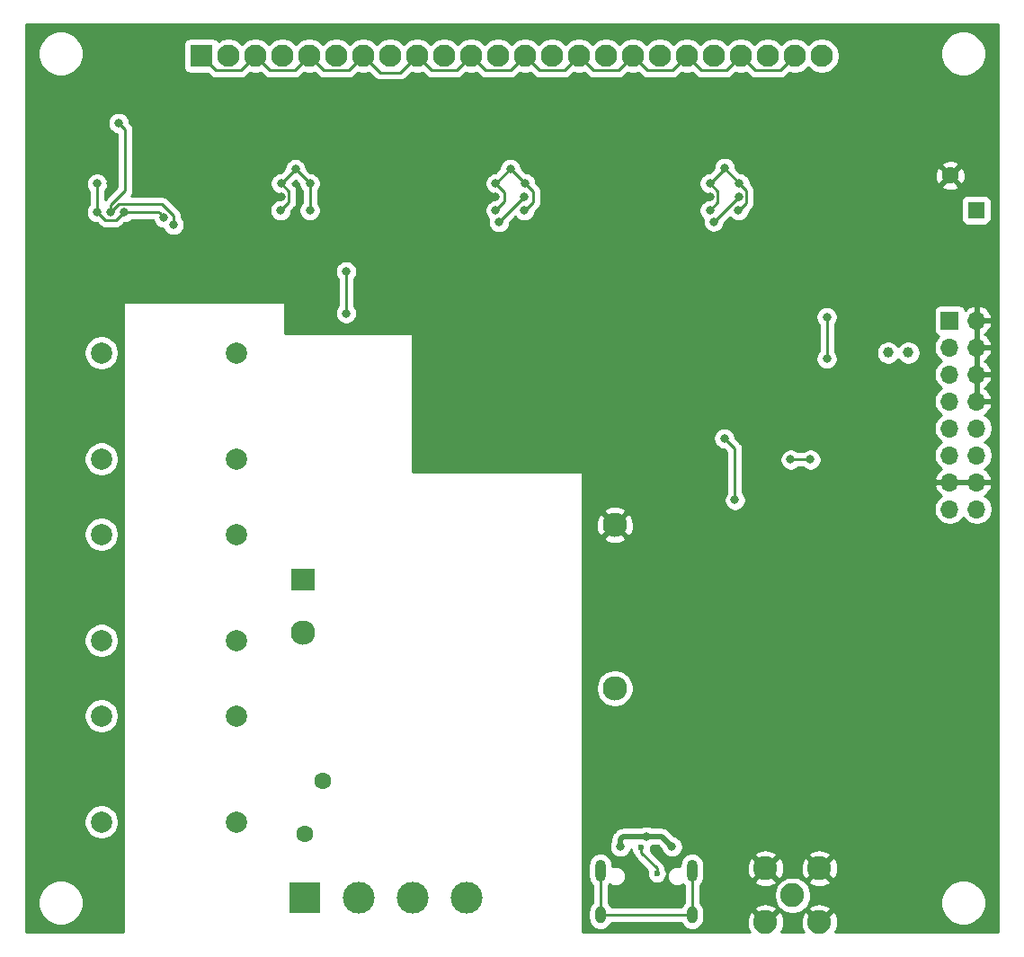
<source format=gbr>
G04 #@! TF.GenerationSoftware,KiCad,Pcbnew,5.1.8-db9833491~87~ubuntu20.04.1*
G04 #@! TF.CreationDate,2020-11-25T08:58:25+01:00*
G04 #@! TF.ProjectId,snoopy,736e6f6f-7079-42e6-9b69-6361645f7063,v1.0*
G04 #@! TF.SameCoordinates,Original*
G04 #@! TF.FileFunction,Copper,L2,Bot*
G04 #@! TF.FilePolarity,Positive*
%FSLAX46Y46*%
G04 Gerber Fmt 4.6, Leading zero omitted, Abs format (unit mm)*
G04 Created by KiCad (PCBNEW 5.1.8-db9833491~87~ubuntu20.04.1) date 2020-11-25 08:58:25*
%MOMM*%
%LPD*%
G01*
G04 APERTURE LIST*
G04 #@! TA.AperFunction,ComponentPad*
%ADD10C,2.300000*%
G04 #@! TD*
G04 #@! TA.AperFunction,ComponentPad*
%ADD11R,2.300000X2.000000*%
G04 #@! TD*
G04 #@! TA.AperFunction,ComponentPad*
%ADD12R,1.700000X1.700000*%
G04 #@! TD*
G04 #@! TA.AperFunction,ComponentPad*
%ADD13O,1.700000X1.700000*%
G04 #@! TD*
G04 #@! TA.AperFunction,ComponentPad*
%ADD14C,1.000000*%
G04 #@! TD*
G04 #@! TA.AperFunction,ComponentPad*
%ADD15C,3.000000*%
G04 #@! TD*
G04 #@! TA.AperFunction,ComponentPad*
%ADD16R,3.000000X3.000000*%
G04 #@! TD*
G04 #@! TA.AperFunction,ComponentPad*
%ADD17C,1.600000*%
G04 #@! TD*
G04 #@! TA.AperFunction,ComponentPad*
%ADD18R,1.600000X1.600000*%
G04 #@! TD*
G04 #@! TA.AperFunction,ComponentPad*
%ADD19C,2.250000*%
G04 #@! TD*
G04 #@! TA.AperFunction,ComponentPad*
%ADD20R,2.100000X2.100000*%
G04 #@! TD*
G04 #@! TA.AperFunction,ComponentPad*
%ADD21C,2.100000*%
G04 #@! TD*
G04 #@! TA.AperFunction,ComponentPad*
%ADD22O,1.000000X1.600000*%
G04 #@! TD*
G04 #@! TA.AperFunction,ComponentPad*
%ADD23O,1.000000X2.100000*%
G04 #@! TD*
G04 #@! TA.AperFunction,ComponentPad*
%ADD24C,2.000000*%
G04 #@! TD*
G04 #@! TA.AperFunction,ViaPad*
%ADD25C,0.800000*%
G04 #@! TD*
G04 #@! TA.AperFunction,ViaPad*
%ADD26C,0.600000*%
G04 #@! TD*
G04 #@! TA.AperFunction,Conductor*
%ADD27C,0.250000*%
G04 #@! TD*
G04 #@! TA.AperFunction,Conductor*
%ADD28C,0.500000*%
G04 #@! TD*
G04 #@! TA.AperFunction,Conductor*
%ADD29C,0.254000*%
G04 #@! TD*
G04 #@! TA.AperFunction,Conductor*
%ADD30C,0.100000*%
G04 #@! TD*
G04 APERTURE END LIST*
D10*
X157180000Y-111900000D03*
D11*
X127780000Y-117100000D03*
D10*
X127780000Y-122100000D03*
X157180000Y-127300000D03*
D12*
X188722000Y-92646000D03*
D13*
X191262000Y-92646000D03*
X188722000Y-95186000D03*
X191262000Y-95186000D03*
X188722000Y-97726000D03*
X191262000Y-97726000D03*
X188722000Y-100266000D03*
X191262000Y-100266000D03*
X188722000Y-102806000D03*
X191262000Y-102806000D03*
X188722000Y-105346000D03*
X191262000Y-105346000D03*
X188722000Y-107886000D03*
X191262000Y-107886000D03*
X188722000Y-110426000D03*
X191262000Y-110426000D03*
D14*
X182930000Y-95680000D03*
X184830000Y-95680000D03*
D15*
X133050000Y-147000000D03*
X138130000Y-147000000D03*
D16*
X127970000Y-147000000D03*
D15*
X143210000Y-147000000D03*
D17*
X127990000Y-141040000D03*
X129640000Y-136040000D03*
D18*
X191210000Y-82240000D03*
D17*
X188760000Y-78990000D03*
D19*
X173920000Y-146810000D03*
X171380000Y-144270000D03*
X171380000Y-149350000D03*
X176460000Y-149350000D03*
X176460000Y-144270000D03*
D20*
X118250000Y-67700000D03*
D21*
X120790000Y-67700000D03*
X123330000Y-67700000D03*
X125870000Y-67700000D03*
X128410000Y-67700000D03*
X130950000Y-67700000D03*
X133490000Y-67700000D03*
X136030000Y-67700000D03*
X156350000Y-67700000D03*
X141110000Y-67700000D03*
X138570000Y-67700000D03*
X143650000Y-67700000D03*
X148730000Y-67700000D03*
X153810000Y-67700000D03*
X151270000Y-67700000D03*
X146190000Y-67700000D03*
X176670000Y-67700000D03*
X161430000Y-67700000D03*
X158890000Y-67700000D03*
X163970000Y-67700000D03*
X169050000Y-67700000D03*
X174130000Y-67700000D03*
X171590000Y-67700000D03*
X166510000Y-67700000D03*
D22*
X164470000Y-148650000D03*
X155830000Y-148650000D03*
D23*
X155830000Y-144470000D03*
X164470000Y-144470000D03*
D24*
X121530000Y-139890000D03*
X121530000Y-129890000D03*
X108830000Y-139890000D03*
X108830000Y-129890000D03*
X108830000Y-112790000D03*
X108830000Y-122790000D03*
X121530000Y-112790000D03*
X121530000Y-122790000D03*
X121530000Y-105690000D03*
X121530000Y-95690000D03*
X108830000Y-105690000D03*
X108830000Y-95690000D03*
D25*
X109700000Y-82450000D03*
X148660000Y-81000000D03*
X168844990Y-81000000D03*
X110450000Y-74040000D03*
X166490000Y-83329998D03*
X146280000Y-83380001D03*
X131879998Y-88030000D03*
X131879999Y-91970001D03*
X115610000Y-83620000D03*
X113460000Y-74040000D03*
X111950000Y-74040000D03*
X109700000Y-79750000D03*
X125760000Y-81000000D03*
X134170000Y-81000000D03*
X154370000Y-81000000D03*
X174540000Y-81000000D03*
X148390000Y-101580000D03*
X109700000Y-88150000D03*
X145975010Y-81000000D03*
X166145010Y-81000000D03*
X168750000Y-90720000D03*
X163790000Y-95810000D03*
X163780000Y-108340000D03*
X175980000Y-111290000D03*
X180810000Y-97750000D03*
X180780000Y-99750000D03*
X172410000Y-138210000D03*
X172060000Y-90700000D03*
X166420000Y-98000000D03*
X169500000Y-96950000D03*
X175590000Y-98500000D03*
X192010000Y-130330000D03*
X114960000Y-74040000D03*
X145480000Y-75580000D03*
X165650000Y-75580000D03*
X141500000Y-106170000D03*
X182930000Y-91530000D03*
X184830000Y-91530000D03*
X183380000Y-85630000D03*
X183380000Y-82360000D03*
X162090000Y-108740000D03*
X167260000Y-89250000D03*
X150100000Y-101570000D03*
X160150000Y-135600000D03*
X125290000Y-75590000D03*
X180800000Y-96260000D03*
X191990000Y-123270000D03*
X169350000Y-149787500D03*
X165620000Y-149790000D03*
X191510000Y-139304899D03*
X175420000Y-138210000D03*
X188510000Y-139304899D03*
X164740000Y-139660000D03*
X160800000Y-104030000D03*
X174250000Y-111700000D03*
X163700000Y-140510000D03*
X156570000Y-140520000D03*
X108430000Y-79750000D03*
X108430000Y-82450000D03*
X110970000Y-82450000D03*
X125760000Y-79730000D03*
X145970000Y-79730000D03*
X166140000Y-79730000D03*
X166140000Y-82270000D03*
X128460000Y-79730000D03*
X148660000Y-82270000D03*
X148745010Y-79730000D03*
X168840000Y-82270000D03*
X168915010Y-79730000D03*
X167509999Y-78280000D03*
X147350000Y-78349998D03*
X127110002Y-78380000D03*
X145968865Y-82266405D03*
X125709977Y-82270635D03*
X128460000Y-82270000D03*
X114720000Y-82950000D03*
X173750000Y-105750000D03*
X175600000Y-105750000D03*
D26*
X161150000Y-144769990D03*
X159650000Y-142330000D03*
D25*
X167500000Y-103750000D03*
X168490000Y-109560000D03*
X157700000Y-142230000D03*
X160140000Y-141270000D03*
X162559990Y-142230000D03*
X177150000Y-96250000D03*
X177150000Y-92320000D03*
D27*
X168844990Y-81000000D02*
X166514992Y-83329998D01*
X166514992Y-83329998D02*
X166490000Y-83329998D01*
X148660000Y-81000000D02*
X148260001Y-81400000D01*
X148260001Y-81400000D02*
X146679999Y-82980002D01*
X146679999Y-82980002D02*
X146280000Y-83380001D01*
X131879999Y-88595686D02*
X131879999Y-91404316D01*
X131879998Y-88030000D02*
X131879999Y-88595686D01*
X131879999Y-91404316D02*
X131879999Y-91970001D01*
X109700000Y-81790000D02*
X109700000Y-82450000D01*
X111090000Y-80400000D02*
X109700000Y-81790000D01*
X110450000Y-74040000D02*
X111090000Y-74680000D01*
X111090000Y-74680000D02*
X111090000Y-80400000D01*
X115610000Y-82756998D02*
X115610000Y-83054315D01*
X114523002Y-81670000D02*
X115610000Y-82756998D01*
X115610000Y-83054315D02*
X115610000Y-83620000D01*
X110480000Y-81670000D02*
X114523002Y-81670000D01*
X109700000Y-82450000D02*
X110480000Y-81670000D01*
X108829999Y-82849999D02*
X108430000Y-82450000D01*
X109155001Y-83175001D02*
X108829999Y-82849999D01*
X110244999Y-83175001D02*
X109155001Y-83175001D01*
X110970000Y-82450000D02*
X110244999Y-83175001D01*
X127110000Y-78380000D02*
X125760000Y-79730000D01*
X127110000Y-78380000D02*
X128460000Y-79730000D01*
X149480000Y-81535010D02*
X148745010Y-82270000D01*
X148745010Y-79730000D02*
X149480000Y-80464990D01*
X149480000Y-80464990D02*
X149480000Y-81535010D01*
X169570000Y-80384990D02*
X169570000Y-81615010D01*
X168915010Y-79730000D02*
X169570000Y-80384990D01*
X169570000Y-81615010D02*
X168915010Y-82270000D01*
X108430000Y-82450000D02*
X108430000Y-79750000D01*
X166878000Y-81532000D02*
X166140000Y-82270000D01*
X166140000Y-79730000D02*
X166878000Y-80468000D01*
X166878000Y-80468000D02*
X166878000Y-81532000D01*
X166140000Y-79730000D02*
X167490000Y-78380000D01*
X168915010Y-79730000D02*
X167490000Y-78304990D01*
X145970000Y-79730000D02*
X147360000Y-78340000D01*
X148745010Y-79730000D02*
X147360000Y-78344990D01*
X127110000Y-78380000D02*
X127110002Y-78380000D01*
X146368864Y-81866406D02*
X145968865Y-82266405D01*
X146812000Y-81423270D02*
X146368864Y-81866406D01*
X146812000Y-80572000D02*
X146812000Y-81423270D01*
X145970000Y-79730000D02*
X146812000Y-80572000D01*
X126492000Y-81488612D02*
X126109976Y-81870636D01*
X125760000Y-79730000D02*
X126492000Y-80462000D01*
X126109976Y-81870636D02*
X125709977Y-82270635D01*
X126492000Y-80462000D02*
X126492000Y-81488612D01*
X128460000Y-79730000D02*
X128460000Y-82270000D01*
X114220000Y-82450000D02*
X114320001Y-82550001D01*
X110970000Y-82450000D02*
X114220000Y-82450000D01*
X114320001Y-82550001D02*
X114720000Y-82950000D01*
X170099999Y-68749999D02*
X169050000Y-67700000D01*
X170425001Y-69075001D02*
X170099999Y-68749999D01*
X172754999Y-69075001D02*
X170425001Y-69075001D01*
X174130000Y-67700000D02*
X172754999Y-69075001D01*
X165019999Y-68749999D02*
X163970000Y-67700000D01*
X165345001Y-69075001D02*
X165019999Y-68749999D01*
X167674999Y-69075001D02*
X165345001Y-69075001D01*
X169050000Y-67700000D02*
X167674999Y-69075001D01*
X159939999Y-68749999D02*
X158890000Y-67700000D01*
X160265001Y-69075001D02*
X159939999Y-68749999D01*
X162594999Y-69075001D02*
X160265001Y-69075001D01*
X163970000Y-67700000D02*
X162594999Y-69075001D01*
X155185001Y-69075001D02*
X154859999Y-68749999D01*
X157514999Y-69075001D02*
X155185001Y-69075001D01*
X154859999Y-68749999D02*
X153810000Y-67700000D01*
X158890000Y-67700000D02*
X157514999Y-69075001D01*
X149779999Y-68749999D02*
X148730000Y-67700000D01*
X150105001Y-69075001D02*
X149779999Y-68749999D01*
X152434999Y-69075001D02*
X150105001Y-69075001D01*
X153810000Y-67700000D02*
X152434999Y-69075001D01*
X144699999Y-68749999D02*
X143650000Y-67700000D01*
X147354999Y-69075001D02*
X145025001Y-69075001D01*
X145025001Y-69075001D02*
X144699999Y-68749999D01*
X148730000Y-67700000D02*
X147354999Y-69075001D01*
X139619999Y-68749999D02*
X138570000Y-67700000D01*
X139945001Y-69075001D02*
X139619999Y-68749999D01*
X142274999Y-69075001D02*
X139945001Y-69075001D01*
X143650000Y-67700000D02*
X142274999Y-69075001D01*
X134539999Y-68749999D02*
X133490000Y-67700000D01*
X135060000Y-69270000D02*
X134539999Y-68749999D01*
X137000000Y-69270000D02*
X135060000Y-69270000D01*
X138570000Y-67700000D02*
X137000000Y-69270000D01*
X129459999Y-68749999D02*
X128410000Y-67700000D01*
X132114999Y-69075001D02*
X129785001Y-69075001D01*
X129785001Y-69075001D02*
X129459999Y-68749999D01*
X133490000Y-67700000D02*
X132114999Y-69075001D01*
X124379999Y-68749999D02*
X123330000Y-67700000D01*
X124705001Y-69075001D02*
X124379999Y-68749999D01*
X127034999Y-69075001D02*
X124705001Y-69075001D01*
X128410000Y-67700000D02*
X127034999Y-69075001D01*
X119625001Y-69075001D02*
X118250000Y-67700000D01*
X123330000Y-67700000D02*
X121954999Y-69075001D01*
X121954999Y-69075001D02*
X119625001Y-69075001D01*
X173750000Y-105750000D02*
X175600000Y-105750000D01*
X159650000Y-142770000D02*
X159650000Y-142330000D01*
X161150000Y-144270000D02*
X159650000Y-142770000D01*
X161150000Y-144769990D02*
X161150000Y-144270000D01*
X168490000Y-104740000D02*
X168490000Y-108994315D01*
X168490000Y-108994315D02*
X168490000Y-109560000D01*
X167500000Y-103750000D02*
X168490000Y-104740000D01*
D28*
X157700000Y-142230000D02*
X157700000Y-141500000D01*
X157930000Y-141270000D02*
X160140000Y-141270000D01*
X157700000Y-141500000D02*
X157930000Y-141270000D01*
X160140000Y-141270000D02*
X161599990Y-141270000D01*
X161599990Y-141270000D02*
X162559990Y-142230000D01*
D27*
X177150000Y-96250000D02*
X177150000Y-92320000D01*
X155830000Y-144470000D02*
X155830000Y-148650000D01*
X164470000Y-144470000D02*
X164470000Y-148650000D01*
X155830000Y-148650000D02*
X164470000Y-148650000D01*
D29*
X193290001Y-150290000D02*
X177946908Y-150290000D01*
X177961714Y-150284079D01*
X178115089Y-149973160D01*
X178204860Y-149638295D01*
X178227576Y-149292350D01*
X178182366Y-148948620D01*
X178070966Y-148620315D01*
X177961714Y-148415921D01*
X177684531Y-148305074D01*
X176639605Y-149350000D01*
X176653748Y-149364143D01*
X176474143Y-149543748D01*
X176460000Y-149529605D01*
X176445858Y-149543748D01*
X176266253Y-149364143D01*
X176280395Y-149350000D01*
X175235469Y-148305074D01*
X174958286Y-148415921D01*
X174804911Y-148726840D01*
X174715140Y-149061705D01*
X174692424Y-149407650D01*
X174737634Y-149751380D01*
X174849034Y-150079685D01*
X174958286Y-150284079D01*
X174973092Y-150290000D01*
X172866908Y-150290000D01*
X172881714Y-150284079D01*
X173035089Y-149973160D01*
X173124860Y-149638295D01*
X173147576Y-149292350D01*
X173102366Y-148948620D01*
X172990966Y-148620315D01*
X172881714Y-148415921D01*
X172604531Y-148305074D01*
X171559605Y-149350000D01*
X171573748Y-149364143D01*
X171394143Y-149543748D01*
X171380000Y-149529605D01*
X171365858Y-149543748D01*
X171186253Y-149364143D01*
X171200395Y-149350000D01*
X170155469Y-148305074D01*
X169878286Y-148415921D01*
X169724911Y-148726840D01*
X169635140Y-149061705D01*
X169612424Y-149407650D01*
X169657634Y-149751380D01*
X169769034Y-150079685D01*
X169878286Y-150284079D01*
X169893092Y-150290000D01*
X154127000Y-150290000D01*
X154127000Y-143864249D01*
X154695000Y-143864249D01*
X154695000Y-145075752D01*
X154711423Y-145242499D01*
X154776324Y-145456447D01*
X154881717Y-145653623D01*
X155023552Y-145826449D01*
X155070000Y-145864568D01*
X155070001Y-147505431D01*
X155023551Y-147543551D01*
X154881716Y-147716377D01*
X154776324Y-147913554D01*
X154711423Y-148127502D01*
X154695000Y-148294249D01*
X154695000Y-149005752D01*
X154711423Y-149172499D01*
X154776324Y-149386447D01*
X154881717Y-149583623D01*
X155023552Y-149756449D01*
X155196378Y-149898284D01*
X155393554Y-150003676D01*
X155607502Y-150068577D01*
X155830000Y-150090491D01*
X156052499Y-150068577D01*
X156266447Y-150003676D01*
X156463623Y-149898284D01*
X156636449Y-149756449D01*
X156778284Y-149583623D01*
X156871086Y-149410000D01*
X163428913Y-149410000D01*
X163521717Y-149583623D01*
X163663552Y-149756449D01*
X163836378Y-149898284D01*
X164033554Y-150003676D01*
X164247502Y-150068577D01*
X164470000Y-150090491D01*
X164692499Y-150068577D01*
X164906447Y-150003676D01*
X165103623Y-149898284D01*
X165276449Y-149756449D01*
X165418284Y-149583623D01*
X165523676Y-149386446D01*
X165588577Y-149172498D01*
X165605000Y-149005751D01*
X165605000Y-148294248D01*
X165588577Y-148127501D01*
X165587961Y-148125469D01*
X170335074Y-148125469D01*
X171380000Y-149170395D01*
X172424926Y-148125469D01*
X172314079Y-147848286D01*
X172003160Y-147694911D01*
X171668295Y-147605140D01*
X171322350Y-147582424D01*
X170978620Y-147627634D01*
X170650315Y-147739034D01*
X170445921Y-147848286D01*
X170335074Y-148125469D01*
X165587961Y-148125469D01*
X165523676Y-147913553D01*
X165418284Y-147716377D01*
X165276449Y-147543551D01*
X165230000Y-147505431D01*
X165230000Y-146636655D01*
X172160000Y-146636655D01*
X172160000Y-146983345D01*
X172227636Y-147323373D01*
X172360308Y-147643673D01*
X172552919Y-147931935D01*
X172798065Y-148177081D01*
X173086327Y-148369692D01*
X173406627Y-148502364D01*
X173746655Y-148570000D01*
X174093345Y-148570000D01*
X174433373Y-148502364D01*
X174753673Y-148369692D01*
X175041935Y-148177081D01*
X175093547Y-148125469D01*
X175415074Y-148125469D01*
X176460000Y-149170395D01*
X177504926Y-148125469D01*
X177394079Y-147848286D01*
X177083160Y-147694911D01*
X176748295Y-147605140D01*
X176402350Y-147582424D01*
X176058620Y-147627634D01*
X175730315Y-147739034D01*
X175525921Y-147848286D01*
X175415074Y-148125469D01*
X175093547Y-148125469D01*
X175287081Y-147931935D01*
X175479692Y-147643673D01*
X175612364Y-147323373D01*
X175619057Y-147289721D01*
X187865000Y-147289721D01*
X187865000Y-147710279D01*
X187947047Y-148122756D01*
X188107988Y-148511302D01*
X188341637Y-148860983D01*
X188639017Y-149158363D01*
X188988698Y-149392012D01*
X189377244Y-149552953D01*
X189789721Y-149635000D01*
X190210279Y-149635000D01*
X190622756Y-149552953D01*
X191011302Y-149392012D01*
X191360983Y-149158363D01*
X191658363Y-148860983D01*
X191892012Y-148511302D01*
X192052953Y-148122756D01*
X192135000Y-147710279D01*
X192135000Y-147289721D01*
X192052953Y-146877244D01*
X191892012Y-146488698D01*
X191658363Y-146139017D01*
X191360983Y-145841637D01*
X191011302Y-145607988D01*
X190622756Y-145447047D01*
X190210279Y-145365000D01*
X189789721Y-145365000D01*
X189377244Y-145447047D01*
X188988698Y-145607988D01*
X188639017Y-145841637D01*
X188341637Y-146139017D01*
X188107988Y-146488698D01*
X187947047Y-146877244D01*
X187865000Y-147289721D01*
X175619057Y-147289721D01*
X175680000Y-146983345D01*
X175680000Y-146636655D01*
X175612364Y-146296627D01*
X175479692Y-145976327D01*
X175287081Y-145688065D01*
X175093547Y-145494531D01*
X175415074Y-145494531D01*
X175525921Y-145771714D01*
X175836840Y-145925089D01*
X176171705Y-146014860D01*
X176517650Y-146037576D01*
X176861380Y-145992366D01*
X177189685Y-145880966D01*
X177394079Y-145771714D01*
X177504926Y-145494531D01*
X176460000Y-144449605D01*
X175415074Y-145494531D01*
X175093547Y-145494531D01*
X175041935Y-145442919D01*
X174753673Y-145250308D01*
X174433373Y-145117636D01*
X174093345Y-145050000D01*
X173746655Y-145050000D01*
X173406627Y-145117636D01*
X173086327Y-145250308D01*
X172798065Y-145442919D01*
X172552919Y-145688065D01*
X172360308Y-145976327D01*
X172227636Y-146296627D01*
X172160000Y-146636655D01*
X165230000Y-146636655D01*
X165230000Y-145864569D01*
X165276449Y-145826449D01*
X165418284Y-145653623D01*
X165503319Y-145494531D01*
X170335074Y-145494531D01*
X170445921Y-145771714D01*
X170756840Y-145925089D01*
X171091705Y-146014860D01*
X171437650Y-146037576D01*
X171781380Y-145992366D01*
X172109685Y-145880966D01*
X172314079Y-145771714D01*
X172424926Y-145494531D01*
X171380000Y-144449605D01*
X170335074Y-145494531D01*
X165503319Y-145494531D01*
X165523676Y-145456447D01*
X165588577Y-145242499D01*
X165605000Y-145075752D01*
X165605000Y-144327650D01*
X169612424Y-144327650D01*
X169657634Y-144671380D01*
X169769034Y-144999685D01*
X169878286Y-145204079D01*
X170155469Y-145314926D01*
X171200395Y-144270000D01*
X171559605Y-144270000D01*
X172604531Y-145314926D01*
X172881714Y-145204079D01*
X173035089Y-144893160D01*
X173124860Y-144558295D01*
X173140004Y-144327650D01*
X174692424Y-144327650D01*
X174737634Y-144671380D01*
X174849034Y-144999685D01*
X174958286Y-145204079D01*
X175235469Y-145314926D01*
X176280395Y-144270000D01*
X176639605Y-144270000D01*
X177684531Y-145314926D01*
X177961714Y-145204079D01*
X178115089Y-144893160D01*
X178204860Y-144558295D01*
X178227576Y-144212350D01*
X178182366Y-143868620D01*
X178070966Y-143540315D01*
X177961714Y-143335921D01*
X177684531Y-143225074D01*
X176639605Y-144270000D01*
X176280395Y-144270000D01*
X175235469Y-143225074D01*
X174958286Y-143335921D01*
X174804911Y-143646840D01*
X174715140Y-143981705D01*
X174692424Y-144327650D01*
X173140004Y-144327650D01*
X173147576Y-144212350D01*
X173102366Y-143868620D01*
X172990966Y-143540315D01*
X172881714Y-143335921D01*
X172604531Y-143225074D01*
X171559605Y-144270000D01*
X171200395Y-144270000D01*
X170155469Y-143225074D01*
X169878286Y-143335921D01*
X169724911Y-143646840D01*
X169635140Y-143981705D01*
X169612424Y-144327650D01*
X165605000Y-144327650D01*
X165605000Y-143864248D01*
X165588577Y-143697501D01*
X165523676Y-143483553D01*
X165418284Y-143286377D01*
X165276449Y-143113551D01*
X165193492Y-143045469D01*
X170335074Y-143045469D01*
X171380000Y-144090395D01*
X172424926Y-143045469D01*
X175415074Y-143045469D01*
X176460000Y-144090395D01*
X177504926Y-143045469D01*
X177394079Y-142768286D01*
X177083160Y-142614911D01*
X176748295Y-142525140D01*
X176402350Y-142502424D01*
X176058620Y-142547634D01*
X175730315Y-142659034D01*
X175525921Y-142768286D01*
X175415074Y-143045469D01*
X172424926Y-143045469D01*
X172314079Y-142768286D01*
X172003160Y-142614911D01*
X171668295Y-142525140D01*
X171322350Y-142502424D01*
X170978620Y-142547634D01*
X170650315Y-142659034D01*
X170445921Y-142768286D01*
X170335074Y-143045469D01*
X165193492Y-143045469D01*
X165103623Y-142971716D01*
X164906446Y-142866324D01*
X164692498Y-142801423D01*
X164470000Y-142779509D01*
X164247501Y-142801423D01*
X164033553Y-142866324D01*
X163836377Y-142971716D01*
X163663551Y-143113551D01*
X163521716Y-143286377D01*
X163416324Y-143483554D01*
X163351423Y-143697502D01*
X163335000Y-143864249D01*
X163335000Y-144083096D01*
X163320022Y-144076892D01*
X163134552Y-144040000D01*
X162945448Y-144040000D01*
X162759978Y-144076892D01*
X162585269Y-144149259D01*
X162428036Y-144254319D01*
X162294319Y-144388036D01*
X162189259Y-144545269D01*
X162116892Y-144719978D01*
X162080000Y-144905448D01*
X162080000Y-145094552D01*
X162116892Y-145280022D01*
X162189259Y-145454731D01*
X162294319Y-145611964D01*
X162428036Y-145745681D01*
X162585269Y-145850741D01*
X162759978Y-145923108D01*
X162945448Y-145960000D01*
X163134552Y-145960000D01*
X163320022Y-145923108D01*
X163494731Y-145850741D01*
X163616638Y-145769285D01*
X163663552Y-145826449D01*
X163710000Y-145864568D01*
X163710001Y-147505431D01*
X163663551Y-147543551D01*
X163521716Y-147716377D01*
X163428914Y-147890000D01*
X156871087Y-147890000D01*
X156778284Y-147716377D01*
X156636449Y-147543551D01*
X156590000Y-147505431D01*
X156590000Y-145864569D01*
X156636449Y-145826449D01*
X156683362Y-145769285D01*
X156805269Y-145850741D01*
X156979978Y-145923108D01*
X157165448Y-145960000D01*
X157354552Y-145960000D01*
X157540022Y-145923108D01*
X157714731Y-145850741D01*
X157871964Y-145745681D01*
X158005681Y-145611964D01*
X158110741Y-145454731D01*
X158183108Y-145280022D01*
X158220000Y-145094552D01*
X158220000Y-144905448D01*
X158183108Y-144719978D01*
X158110741Y-144545269D01*
X158005681Y-144388036D01*
X157871964Y-144254319D01*
X157714731Y-144149259D01*
X157540022Y-144076892D01*
X157354552Y-144040000D01*
X157165448Y-144040000D01*
X156979978Y-144076892D01*
X156965000Y-144083096D01*
X156965000Y-143864248D01*
X156948577Y-143697501D01*
X156883676Y-143483553D01*
X156778284Y-143286377D01*
X156636449Y-143113551D01*
X156463623Y-142971716D01*
X156266446Y-142866324D01*
X156052498Y-142801423D01*
X155830000Y-142779509D01*
X155607501Y-142801423D01*
X155393553Y-142866324D01*
X155196377Y-142971716D01*
X155023551Y-143113551D01*
X154881716Y-143286377D01*
X154776324Y-143483554D01*
X154711423Y-143697502D01*
X154695000Y-143864249D01*
X154127000Y-143864249D01*
X154127000Y-142128061D01*
X156665000Y-142128061D01*
X156665000Y-142331939D01*
X156704774Y-142531898D01*
X156782795Y-142720256D01*
X156896063Y-142889774D01*
X157040226Y-143033937D01*
X157209744Y-143147205D01*
X157398102Y-143225226D01*
X157598061Y-143265000D01*
X157801939Y-143265000D01*
X158001898Y-143225226D01*
X158190256Y-143147205D01*
X158359774Y-143033937D01*
X158503937Y-142889774D01*
X158617205Y-142720256D01*
X158695226Y-142531898D01*
X158716034Y-142427288D01*
X158750932Y-142602729D01*
X158821414Y-142772889D01*
X158897879Y-142887327D01*
X158900997Y-142918985D01*
X158935867Y-143033937D01*
X158944454Y-143062246D01*
X159015026Y-143194276D01*
X159054871Y-143242826D01*
X159109999Y-143310001D01*
X159139003Y-143333804D01*
X160266024Y-144460826D01*
X160250932Y-144497261D01*
X160215000Y-144677901D01*
X160215000Y-144862079D01*
X160250932Y-145042719D01*
X160321414Y-145212879D01*
X160423738Y-145366018D01*
X160553972Y-145496252D01*
X160707111Y-145598576D01*
X160877271Y-145669058D01*
X161057911Y-145704990D01*
X161242089Y-145704990D01*
X161422729Y-145669058D01*
X161592889Y-145598576D01*
X161746028Y-145496252D01*
X161876262Y-145366018D01*
X161978586Y-145212879D01*
X162049068Y-145042719D01*
X162085000Y-144862079D01*
X162085000Y-144677901D01*
X162049068Y-144497261D01*
X161978586Y-144327101D01*
X161909051Y-144223035D01*
X161899003Y-144121014D01*
X161855546Y-143977753D01*
X161784974Y-143845724D01*
X161690001Y-143729999D01*
X161661003Y-143706201D01*
X160550472Y-142595671D01*
X160585000Y-142422089D01*
X160585000Y-142237911D01*
X160579127Y-142208384D01*
X160630256Y-142187205D01*
X160678454Y-142155000D01*
X161233412Y-142155000D01*
X161553455Y-142475044D01*
X161564764Y-142531898D01*
X161642785Y-142720256D01*
X161756053Y-142889774D01*
X161900216Y-143033937D01*
X162069734Y-143147205D01*
X162258092Y-143225226D01*
X162458051Y-143265000D01*
X162661929Y-143265000D01*
X162861888Y-143225226D01*
X163050246Y-143147205D01*
X163219764Y-143033937D01*
X163363927Y-142889774D01*
X163477195Y-142720256D01*
X163555216Y-142531898D01*
X163594990Y-142331939D01*
X163594990Y-142128061D01*
X163555216Y-141928102D01*
X163477195Y-141739744D01*
X163363927Y-141570226D01*
X163219764Y-141426063D01*
X163050246Y-141312795D01*
X162861888Y-141234774D01*
X162805034Y-141223465D01*
X162256524Y-140674956D01*
X162228807Y-140641183D01*
X162094049Y-140530589D01*
X161940303Y-140448411D01*
X161773480Y-140397805D01*
X161643467Y-140385000D01*
X161643459Y-140385000D01*
X161599990Y-140380719D01*
X161556521Y-140385000D01*
X160678454Y-140385000D01*
X160630256Y-140352795D01*
X160441898Y-140274774D01*
X160241939Y-140235000D01*
X160038061Y-140235000D01*
X159838102Y-140274774D01*
X159649744Y-140352795D01*
X159601546Y-140385000D01*
X157973465Y-140385000D01*
X157929999Y-140380719D01*
X157886533Y-140385000D01*
X157886523Y-140385000D01*
X157756510Y-140397805D01*
X157589687Y-140448411D01*
X157435941Y-140530589D01*
X157301183Y-140641183D01*
X157273466Y-140674956D01*
X157104952Y-140843470D01*
X157071184Y-140871183D01*
X157043471Y-140904951D01*
X157043468Y-140904954D01*
X156991644Y-140968102D01*
X156960590Y-141005941D01*
X156878412Y-141159687D01*
X156827805Y-141326510D01*
X156815000Y-141456523D01*
X156815000Y-141456531D01*
X156810719Y-141500000D01*
X156815000Y-141543469D01*
X156815000Y-141691546D01*
X156782795Y-141739744D01*
X156704774Y-141928102D01*
X156665000Y-142128061D01*
X154127000Y-142128061D01*
X154127000Y-127124193D01*
X155395000Y-127124193D01*
X155395000Y-127475807D01*
X155463596Y-127820665D01*
X155598153Y-128145515D01*
X155793500Y-128437871D01*
X156042129Y-128686500D01*
X156334485Y-128881847D01*
X156659335Y-129016404D01*
X157004193Y-129085000D01*
X157355807Y-129085000D01*
X157700665Y-129016404D01*
X158025515Y-128881847D01*
X158317871Y-128686500D01*
X158566500Y-128437871D01*
X158761847Y-128145515D01*
X158896404Y-127820665D01*
X158965000Y-127475807D01*
X158965000Y-127124193D01*
X158896404Y-126779335D01*
X158761847Y-126454485D01*
X158566500Y-126162129D01*
X158317871Y-125913500D01*
X158025515Y-125718153D01*
X157700665Y-125583596D01*
X157355807Y-125515000D01*
X157004193Y-125515000D01*
X156659335Y-125583596D01*
X156334485Y-125718153D01*
X156042129Y-125913500D01*
X155793500Y-126162129D01*
X155598153Y-126454485D01*
X155463596Y-126779335D01*
X155395000Y-127124193D01*
X154127000Y-127124193D01*
X154127000Y-113142349D01*
X156117256Y-113142349D01*
X156231118Y-113422090D01*
X156546296Y-113577961D01*
X156885826Y-113669349D01*
X157236661Y-113692741D01*
X157585319Y-113647240D01*
X157918400Y-113534594D01*
X158128882Y-113422090D01*
X158242744Y-113142349D01*
X157180000Y-112079605D01*
X156117256Y-113142349D01*
X154127000Y-113142349D01*
X154127000Y-111956661D01*
X155387259Y-111956661D01*
X155432760Y-112305319D01*
X155545406Y-112638400D01*
X155657910Y-112848882D01*
X155937651Y-112962744D01*
X157000395Y-111900000D01*
X157359605Y-111900000D01*
X158422349Y-112962744D01*
X158702090Y-112848882D01*
X158857961Y-112533704D01*
X158949349Y-112194174D01*
X158972741Y-111843339D01*
X158927240Y-111494681D01*
X158814594Y-111161600D01*
X158702090Y-110951118D01*
X158422349Y-110837256D01*
X157359605Y-111900000D01*
X157000395Y-111900000D01*
X155937651Y-110837256D01*
X155657910Y-110951118D01*
X155502039Y-111266296D01*
X155410651Y-111605826D01*
X155387259Y-111956661D01*
X154127000Y-111956661D01*
X154127000Y-110657651D01*
X156117256Y-110657651D01*
X157180000Y-111720395D01*
X158242744Y-110657651D01*
X158128882Y-110377910D01*
X157813704Y-110222039D01*
X157474174Y-110130651D01*
X157123339Y-110107259D01*
X156774681Y-110152760D01*
X156441600Y-110265406D01*
X156231118Y-110377910D01*
X156117256Y-110657651D01*
X154127000Y-110657651D01*
X154127000Y-107000000D01*
X154124560Y-106975224D01*
X154117333Y-106951399D01*
X154105597Y-106929443D01*
X154089803Y-106910197D01*
X154070557Y-106894403D01*
X154048601Y-106882667D01*
X154024776Y-106875440D01*
X154000000Y-106873000D01*
X138127000Y-106873000D01*
X138127000Y-103648061D01*
X166465000Y-103648061D01*
X166465000Y-103851939D01*
X166504774Y-104051898D01*
X166582795Y-104240256D01*
X166696063Y-104409774D01*
X166840226Y-104553937D01*
X167009744Y-104667205D01*
X167198102Y-104745226D01*
X167398061Y-104785000D01*
X167460198Y-104785000D01*
X167730000Y-105054803D01*
X167730001Y-108856288D01*
X167686063Y-108900226D01*
X167572795Y-109069744D01*
X167494774Y-109258102D01*
X167455000Y-109458061D01*
X167455000Y-109661939D01*
X167494774Y-109861898D01*
X167572795Y-110050256D01*
X167686063Y-110219774D01*
X167830226Y-110363937D01*
X167999744Y-110477205D01*
X168188102Y-110555226D01*
X168388061Y-110595000D01*
X168591939Y-110595000D01*
X168791898Y-110555226D01*
X168980256Y-110477205D01*
X169149774Y-110363937D01*
X169233971Y-110279740D01*
X187237000Y-110279740D01*
X187237000Y-110572260D01*
X187294068Y-110859158D01*
X187406010Y-111129411D01*
X187568525Y-111372632D01*
X187775368Y-111579475D01*
X188018589Y-111741990D01*
X188288842Y-111853932D01*
X188575740Y-111911000D01*
X188868260Y-111911000D01*
X189155158Y-111853932D01*
X189425411Y-111741990D01*
X189668632Y-111579475D01*
X189875475Y-111372632D01*
X189992000Y-111198240D01*
X190108525Y-111372632D01*
X190315368Y-111579475D01*
X190558589Y-111741990D01*
X190828842Y-111853932D01*
X191115740Y-111911000D01*
X191408260Y-111911000D01*
X191695158Y-111853932D01*
X191965411Y-111741990D01*
X192208632Y-111579475D01*
X192415475Y-111372632D01*
X192577990Y-111129411D01*
X192689932Y-110859158D01*
X192747000Y-110572260D01*
X192747000Y-110279740D01*
X192689932Y-109992842D01*
X192577990Y-109722589D01*
X192415475Y-109479368D01*
X192208632Y-109272525D01*
X192026466Y-109150805D01*
X192143355Y-109081178D01*
X192359588Y-108886269D01*
X192533641Y-108652920D01*
X192658825Y-108390099D01*
X192703476Y-108242890D01*
X192582155Y-108013000D01*
X191389000Y-108013000D01*
X191389000Y-108033000D01*
X191135000Y-108033000D01*
X191135000Y-108013000D01*
X188849000Y-108013000D01*
X188849000Y-108033000D01*
X188595000Y-108033000D01*
X188595000Y-108013000D01*
X187401845Y-108013000D01*
X187280524Y-108242890D01*
X187325175Y-108390099D01*
X187450359Y-108652920D01*
X187624412Y-108886269D01*
X187840645Y-109081178D01*
X187957534Y-109150805D01*
X187775368Y-109272525D01*
X187568525Y-109479368D01*
X187406010Y-109722589D01*
X187294068Y-109992842D01*
X187237000Y-110279740D01*
X169233971Y-110279740D01*
X169293937Y-110219774D01*
X169407205Y-110050256D01*
X169485226Y-109861898D01*
X169525000Y-109661939D01*
X169525000Y-109458061D01*
X169485226Y-109258102D01*
X169407205Y-109069744D01*
X169293937Y-108900226D01*
X169250000Y-108856289D01*
X169250000Y-105648061D01*
X172715000Y-105648061D01*
X172715000Y-105851939D01*
X172754774Y-106051898D01*
X172832795Y-106240256D01*
X172946063Y-106409774D01*
X173090226Y-106553937D01*
X173259744Y-106667205D01*
X173448102Y-106745226D01*
X173648061Y-106785000D01*
X173851939Y-106785000D01*
X174051898Y-106745226D01*
X174240256Y-106667205D01*
X174409774Y-106553937D01*
X174453711Y-106510000D01*
X174896289Y-106510000D01*
X174940226Y-106553937D01*
X175109744Y-106667205D01*
X175298102Y-106745226D01*
X175498061Y-106785000D01*
X175701939Y-106785000D01*
X175901898Y-106745226D01*
X176090256Y-106667205D01*
X176259774Y-106553937D01*
X176403937Y-106409774D01*
X176517205Y-106240256D01*
X176595226Y-106051898D01*
X176635000Y-105851939D01*
X176635000Y-105648061D01*
X176595226Y-105448102D01*
X176517205Y-105259744D01*
X176403937Y-105090226D01*
X176259774Y-104946063D01*
X176090256Y-104832795D01*
X175901898Y-104754774D01*
X175701939Y-104715000D01*
X175498061Y-104715000D01*
X175298102Y-104754774D01*
X175109744Y-104832795D01*
X174940226Y-104946063D01*
X174896289Y-104990000D01*
X174453711Y-104990000D01*
X174409774Y-104946063D01*
X174240256Y-104832795D01*
X174051898Y-104754774D01*
X173851939Y-104715000D01*
X173648061Y-104715000D01*
X173448102Y-104754774D01*
X173259744Y-104832795D01*
X173090226Y-104946063D01*
X172946063Y-105090226D01*
X172832795Y-105259744D01*
X172754774Y-105448102D01*
X172715000Y-105648061D01*
X169250000Y-105648061D01*
X169250000Y-104777322D01*
X169253676Y-104739999D01*
X169250000Y-104702676D01*
X169250000Y-104702667D01*
X169239003Y-104591014D01*
X169195546Y-104447753D01*
X169124974Y-104315724D01*
X169080065Y-104261002D01*
X169053799Y-104228996D01*
X169053795Y-104228992D01*
X169030001Y-104199999D01*
X169001009Y-104176206D01*
X168535000Y-103710198D01*
X168535000Y-103648061D01*
X168495226Y-103448102D01*
X168417205Y-103259744D01*
X168303937Y-103090226D01*
X168159774Y-102946063D01*
X167990256Y-102832795D01*
X167801898Y-102754774D01*
X167601939Y-102715000D01*
X167398061Y-102715000D01*
X167198102Y-102754774D01*
X167009744Y-102832795D01*
X166840226Y-102946063D01*
X166696063Y-103090226D01*
X166582795Y-103259744D01*
X166504774Y-103448102D01*
X166465000Y-103648061D01*
X138127000Y-103648061D01*
X138127000Y-94000000D01*
X138124560Y-93975224D01*
X138117333Y-93951399D01*
X138105597Y-93929443D01*
X138089803Y-93910197D01*
X138070557Y-93894403D01*
X138048601Y-93882667D01*
X138024776Y-93875440D01*
X138000000Y-93873000D01*
X126127000Y-93873000D01*
X126127000Y-91000000D01*
X126124560Y-90975224D01*
X126117333Y-90951399D01*
X126105597Y-90929443D01*
X126089803Y-90910197D01*
X126070557Y-90894403D01*
X126048601Y-90882667D01*
X126024776Y-90875440D01*
X126000000Y-90873000D01*
X111000000Y-90873000D01*
X110975224Y-90875440D01*
X110951399Y-90882667D01*
X110929443Y-90894403D01*
X110910197Y-90910197D01*
X110894403Y-90929443D01*
X110882667Y-90951399D01*
X110875440Y-90975224D01*
X110873000Y-91000000D01*
X110873000Y-150290000D01*
X101710000Y-150290000D01*
X101710000Y-147289721D01*
X102865000Y-147289721D01*
X102865000Y-147710279D01*
X102947047Y-148122756D01*
X103107988Y-148511302D01*
X103341637Y-148860983D01*
X103639017Y-149158363D01*
X103988698Y-149392012D01*
X104377244Y-149552953D01*
X104789721Y-149635000D01*
X105210279Y-149635000D01*
X105622756Y-149552953D01*
X106011302Y-149392012D01*
X106360983Y-149158363D01*
X106658363Y-148860983D01*
X106892012Y-148511302D01*
X107052953Y-148122756D01*
X107135000Y-147710279D01*
X107135000Y-147289721D01*
X107052953Y-146877244D01*
X106892012Y-146488698D01*
X106658363Y-146139017D01*
X106360983Y-145841637D01*
X106011302Y-145607988D01*
X105622756Y-145447047D01*
X105210279Y-145365000D01*
X104789721Y-145365000D01*
X104377244Y-145447047D01*
X103988698Y-145607988D01*
X103639017Y-145841637D01*
X103341637Y-146139017D01*
X103107988Y-146488698D01*
X102947047Y-146877244D01*
X102865000Y-147289721D01*
X101710000Y-147289721D01*
X101710000Y-139728967D01*
X107195000Y-139728967D01*
X107195000Y-140051033D01*
X107257832Y-140366912D01*
X107381082Y-140664463D01*
X107560013Y-140932252D01*
X107787748Y-141159987D01*
X108055537Y-141338918D01*
X108353088Y-141462168D01*
X108668967Y-141525000D01*
X108991033Y-141525000D01*
X109306912Y-141462168D01*
X109604463Y-141338918D01*
X109872252Y-141159987D01*
X110099987Y-140932252D01*
X110278918Y-140664463D01*
X110402168Y-140366912D01*
X110465000Y-140051033D01*
X110465000Y-139728967D01*
X110402168Y-139413088D01*
X110278918Y-139115537D01*
X110099987Y-138847748D01*
X109872252Y-138620013D01*
X109604463Y-138441082D01*
X109306912Y-138317832D01*
X108991033Y-138255000D01*
X108668967Y-138255000D01*
X108353088Y-138317832D01*
X108055537Y-138441082D01*
X107787748Y-138620013D01*
X107560013Y-138847748D01*
X107381082Y-139115537D01*
X107257832Y-139413088D01*
X107195000Y-139728967D01*
X101710000Y-139728967D01*
X101710000Y-129728967D01*
X107195000Y-129728967D01*
X107195000Y-130051033D01*
X107257832Y-130366912D01*
X107381082Y-130664463D01*
X107560013Y-130932252D01*
X107787748Y-131159987D01*
X108055537Y-131338918D01*
X108353088Y-131462168D01*
X108668967Y-131525000D01*
X108991033Y-131525000D01*
X109306912Y-131462168D01*
X109604463Y-131338918D01*
X109872252Y-131159987D01*
X110099987Y-130932252D01*
X110278918Y-130664463D01*
X110402168Y-130366912D01*
X110465000Y-130051033D01*
X110465000Y-129728967D01*
X110402168Y-129413088D01*
X110278918Y-129115537D01*
X110099987Y-128847748D01*
X109872252Y-128620013D01*
X109604463Y-128441082D01*
X109306912Y-128317832D01*
X108991033Y-128255000D01*
X108668967Y-128255000D01*
X108353088Y-128317832D01*
X108055537Y-128441082D01*
X107787748Y-128620013D01*
X107560013Y-128847748D01*
X107381082Y-129115537D01*
X107257832Y-129413088D01*
X107195000Y-129728967D01*
X101710000Y-129728967D01*
X101710000Y-122628967D01*
X107195000Y-122628967D01*
X107195000Y-122951033D01*
X107257832Y-123266912D01*
X107381082Y-123564463D01*
X107560013Y-123832252D01*
X107787748Y-124059987D01*
X108055537Y-124238918D01*
X108353088Y-124362168D01*
X108668967Y-124425000D01*
X108991033Y-124425000D01*
X109306912Y-124362168D01*
X109604463Y-124238918D01*
X109872252Y-124059987D01*
X110099987Y-123832252D01*
X110278918Y-123564463D01*
X110402168Y-123266912D01*
X110465000Y-122951033D01*
X110465000Y-122628967D01*
X110402168Y-122313088D01*
X110278918Y-122015537D01*
X110099987Y-121747748D01*
X109872252Y-121520013D01*
X109604463Y-121341082D01*
X109306912Y-121217832D01*
X108991033Y-121155000D01*
X108668967Y-121155000D01*
X108353088Y-121217832D01*
X108055537Y-121341082D01*
X107787748Y-121520013D01*
X107560013Y-121747748D01*
X107381082Y-122015537D01*
X107257832Y-122313088D01*
X107195000Y-122628967D01*
X101710000Y-122628967D01*
X101710000Y-112628967D01*
X107195000Y-112628967D01*
X107195000Y-112951033D01*
X107257832Y-113266912D01*
X107381082Y-113564463D01*
X107560013Y-113832252D01*
X107787748Y-114059987D01*
X108055537Y-114238918D01*
X108353088Y-114362168D01*
X108668967Y-114425000D01*
X108991033Y-114425000D01*
X109306912Y-114362168D01*
X109604463Y-114238918D01*
X109872252Y-114059987D01*
X110099987Y-113832252D01*
X110278918Y-113564463D01*
X110402168Y-113266912D01*
X110465000Y-112951033D01*
X110465000Y-112628967D01*
X110402168Y-112313088D01*
X110278918Y-112015537D01*
X110099987Y-111747748D01*
X109872252Y-111520013D01*
X109604463Y-111341082D01*
X109306912Y-111217832D01*
X108991033Y-111155000D01*
X108668967Y-111155000D01*
X108353088Y-111217832D01*
X108055537Y-111341082D01*
X107787748Y-111520013D01*
X107560013Y-111747748D01*
X107381082Y-112015537D01*
X107257832Y-112313088D01*
X107195000Y-112628967D01*
X101710000Y-112628967D01*
X101710000Y-105528967D01*
X107195000Y-105528967D01*
X107195000Y-105851033D01*
X107257832Y-106166912D01*
X107381082Y-106464463D01*
X107560013Y-106732252D01*
X107787748Y-106959987D01*
X108055537Y-107138918D01*
X108353088Y-107262168D01*
X108668967Y-107325000D01*
X108991033Y-107325000D01*
X109306912Y-107262168D01*
X109604463Y-107138918D01*
X109872252Y-106959987D01*
X110099987Y-106732252D01*
X110278918Y-106464463D01*
X110402168Y-106166912D01*
X110465000Y-105851033D01*
X110465000Y-105528967D01*
X110402168Y-105213088D01*
X110278918Y-104915537D01*
X110099987Y-104647748D01*
X109872252Y-104420013D01*
X109604463Y-104241082D01*
X109306912Y-104117832D01*
X108991033Y-104055000D01*
X108668967Y-104055000D01*
X108353088Y-104117832D01*
X108055537Y-104241082D01*
X107787748Y-104420013D01*
X107560013Y-104647748D01*
X107381082Y-104915537D01*
X107257832Y-105213088D01*
X107195000Y-105528967D01*
X101710000Y-105528967D01*
X101710000Y-95528967D01*
X107195000Y-95528967D01*
X107195000Y-95851033D01*
X107257832Y-96166912D01*
X107381082Y-96464463D01*
X107560013Y-96732252D01*
X107787748Y-96959987D01*
X108055537Y-97138918D01*
X108353088Y-97262168D01*
X108668967Y-97325000D01*
X108991033Y-97325000D01*
X109306912Y-97262168D01*
X109604463Y-97138918D01*
X109872252Y-96959987D01*
X110099987Y-96732252D01*
X110278918Y-96464463D01*
X110402168Y-96166912D01*
X110465000Y-95851033D01*
X110465000Y-95528967D01*
X110402168Y-95213088D01*
X110278918Y-94915537D01*
X110099987Y-94647748D01*
X109872252Y-94420013D01*
X109604463Y-94241082D01*
X109306912Y-94117832D01*
X108991033Y-94055000D01*
X108668967Y-94055000D01*
X108353088Y-94117832D01*
X108055537Y-94241082D01*
X107787748Y-94420013D01*
X107560013Y-94647748D01*
X107381082Y-94915537D01*
X107257832Y-95213088D01*
X107195000Y-95528967D01*
X101710000Y-95528967D01*
X101710000Y-87928061D01*
X130844998Y-87928061D01*
X130844998Y-88131939D01*
X130884772Y-88331898D01*
X130962793Y-88520256D01*
X131076061Y-88689774D01*
X131119999Y-88733712D01*
X131120000Y-91266289D01*
X131076062Y-91310227D01*
X130962794Y-91479745D01*
X130884773Y-91668103D01*
X130844999Y-91868062D01*
X130844999Y-92071940D01*
X130884773Y-92271899D01*
X130962794Y-92460257D01*
X131076062Y-92629775D01*
X131220225Y-92773938D01*
X131389743Y-92887206D01*
X131578101Y-92965227D01*
X131778060Y-93005001D01*
X131981938Y-93005001D01*
X132181897Y-92965227D01*
X132370255Y-92887206D01*
X132539773Y-92773938D01*
X132683936Y-92629775D01*
X132797204Y-92460257D01*
X132875225Y-92271899D01*
X132885933Y-92218061D01*
X176115000Y-92218061D01*
X176115000Y-92421939D01*
X176154774Y-92621898D01*
X176232795Y-92810256D01*
X176346063Y-92979774D01*
X176390001Y-93023712D01*
X176390000Y-95546289D01*
X176346063Y-95590226D01*
X176232795Y-95759744D01*
X176154774Y-95948102D01*
X176115000Y-96148061D01*
X176115000Y-96351939D01*
X176154774Y-96551898D01*
X176232795Y-96740256D01*
X176346063Y-96909774D01*
X176490226Y-97053937D01*
X176659744Y-97167205D01*
X176848102Y-97245226D01*
X177048061Y-97285000D01*
X177251939Y-97285000D01*
X177451898Y-97245226D01*
X177640256Y-97167205D01*
X177809774Y-97053937D01*
X177953937Y-96909774D01*
X178067205Y-96740256D01*
X178145226Y-96551898D01*
X178185000Y-96351939D01*
X178185000Y-96148061D01*
X178145226Y-95948102D01*
X178067205Y-95759744D01*
X177953937Y-95590226D01*
X177931923Y-95568212D01*
X181795000Y-95568212D01*
X181795000Y-95791788D01*
X181838617Y-96011067D01*
X181924176Y-96217624D01*
X182048388Y-96403520D01*
X182206480Y-96561612D01*
X182392376Y-96685824D01*
X182598933Y-96771383D01*
X182818212Y-96815000D01*
X183041788Y-96815000D01*
X183261067Y-96771383D01*
X183467624Y-96685824D01*
X183653520Y-96561612D01*
X183811612Y-96403520D01*
X183880000Y-96301170D01*
X183948388Y-96403520D01*
X184106480Y-96561612D01*
X184292376Y-96685824D01*
X184498933Y-96771383D01*
X184718212Y-96815000D01*
X184941788Y-96815000D01*
X185161067Y-96771383D01*
X185367624Y-96685824D01*
X185553520Y-96561612D01*
X185711612Y-96403520D01*
X185835824Y-96217624D01*
X185921383Y-96011067D01*
X185965000Y-95791788D01*
X185965000Y-95568212D01*
X185921383Y-95348933D01*
X185835824Y-95142376D01*
X185711612Y-94956480D01*
X185553520Y-94798388D01*
X185367624Y-94674176D01*
X185161067Y-94588617D01*
X184941788Y-94545000D01*
X184718212Y-94545000D01*
X184498933Y-94588617D01*
X184292376Y-94674176D01*
X184106480Y-94798388D01*
X183948388Y-94956480D01*
X183880000Y-95058830D01*
X183811612Y-94956480D01*
X183653520Y-94798388D01*
X183467624Y-94674176D01*
X183261067Y-94588617D01*
X183041788Y-94545000D01*
X182818212Y-94545000D01*
X182598933Y-94588617D01*
X182392376Y-94674176D01*
X182206480Y-94798388D01*
X182048388Y-94956480D01*
X181924176Y-95142376D01*
X181838617Y-95348933D01*
X181795000Y-95568212D01*
X177931923Y-95568212D01*
X177910000Y-95546289D01*
X177910000Y-93023711D01*
X177953937Y-92979774D01*
X178067205Y-92810256D01*
X178145226Y-92621898D01*
X178185000Y-92421939D01*
X178185000Y-92218061D01*
X178145226Y-92018102D01*
X178067205Y-91829744D01*
X178044659Y-91796000D01*
X187233928Y-91796000D01*
X187233928Y-93496000D01*
X187246188Y-93620482D01*
X187282498Y-93740180D01*
X187341463Y-93850494D01*
X187420815Y-93947185D01*
X187517506Y-94026537D01*
X187627820Y-94085502D01*
X187700380Y-94107513D01*
X187568525Y-94239368D01*
X187406010Y-94482589D01*
X187294068Y-94752842D01*
X187237000Y-95039740D01*
X187237000Y-95332260D01*
X187294068Y-95619158D01*
X187406010Y-95889411D01*
X187568525Y-96132632D01*
X187775368Y-96339475D01*
X187949760Y-96456000D01*
X187775368Y-96572525D01*
X187568525Y-96779368D01*
X187406010Y-97022589D01*
X187294068Y-97292842D01*
X187237000Y-97579740D01*
X187237000Y-97872260D01*
X187294068Y-98159158D01*
X187406010Y-98429411D01*
X187568525Y-98672632D01*
X187775368Y-98879475D01*
X187949760Y-98996000D01*
X187775368Y-99112525D01*
X187568525Y-99319368D01*
X187406010Y-99562589D01*
X187294068Y-99832842D01*
X187237000Y-100119740D01*
X187237000Y-100412260D01*
X187294068Y-100699158D01*
X187406010Y-100969411D01*
X187568525Y-101212632D01*
X187775368Y-101419475D01*
X187949760Y-101536000D01*
X187775368Y-101652525D01*
X187568525Y-101859368D01*
X187406010Y-102102589D01*
X187294068Y-102372842D01*
X187237000Y-102659740D01*
X187237000Y-102952260D01*
X187294068Y-103239158D01*
X187406010Y-103509411D01*
X187568525Y-103752632D01*
X187775368Y-103959475D01*
X187949760Y-104076000D01*
X187775368Y-104192525D01*
X187568525Y-104399368D01*
X187406010Y-104642589D01*
X187294068Y-104912842D01*
X187237000Y-105199740D01*
X187237000Y-105492260D01*
X187294068Y-105779158D01*
X187406010Y-106049411D01*
X187568525Y-106292632D01*
X187775368Y-106499475D01*
X187957534Y-106621195D01*
X187840645Y-106690822D01*
X187624412Y-106885731D01*
X187450359Y-107119080D01*
X187325175Y-107381901D01*
X187280524Y-107529110D01*
X187401845Y-107759000D01*
X188595000Y-107759000D01*
X188595000Y-107739000D01*
X188849000Y-107739000D01*
X188849000Y-107759000D01*
X191135000Y-107759000D01*
X191135000Y-107739000D01*
X191389000Y-107739000D01*
X191389000Y-107759000D01*
X192582155Y-107759000D01*
X192703476Y-107529110D01*
X192658825Y-107381901D01*
X192533641Y-107119080D01*
X192359588Y-106885731D01*
X192143355Y-106690822D01*
X192026466Y-106621195D01*
X192208632Y-106499475D01*
X192415475Y-106292632D01*
X192577990Y-106049411D01*
X192689932Y-105779158D01*
X192747000Y-105492260D01*
X192747000Y-105199740D01*
X192689932Y-104912842D01*
X192577990Y-104642589D01*
X192415475Y-104399368D01*
X192208632Y-104192525D01*
X192034240Y-104076000D01*
X192208632Y-103959475D01*
X192415475Y-103752632D01*
X192577990Y-103509411D01*
X192689932Y-103239158D01*
X192747000Y-102952260D01*
X192747000Y-102659740D01*
X192689932Y-102372842D01*
X192577990Y-102102589D01*
X192415475Y-101859368D01*
X192208632Y-101652525D01*
X192026466Y-101530805D01*
X192143355Y-101461178D01*
X192359588Y-101266269D01*
X192533641Y-101032920D01*
X192658825Y-100770099D01*
X192703476Y-100622890D01*
X192582155Y-100393000D01*
X191389000Y-100393000D01*
X191389000Y-100413000D01*
X191135000Y-100413000D01*
X191135000Y-100393000D01*
X191115000Y-100393000D01*
X191115000Y-100139000D01*
X191135000Y-100139000D01*
X191135000Y-97853000D01*
X191389000Y-97853000D01*
X191389000Y-100139000D01*
X192582155Y-100139000D01*
X192703476Y-99909110D01*
X192658825Y-99761901D01*
X192533641Y-99499080D01*
X192359588Y-99265731D01*
X192143355Y-99070822D01*
X192017745Y-98996000D01*
X192143355Y-98921178D01*
X192359588Y-98726269D01*
X192533641Y-98492920D01*
X192658825Y-98230099D01*
X192703476Y-98082890D01*
X192582155Y-97853000D01*
X191389000Y-97853000D01*
X191135000Y-97853000D01*
X191115000Y-97853000D01*
X191115000Y-97599000D01*
X191135000Y-97599000D01*
X191135000Y-95313000D01*
X191389000Y-95313000D01*
X191389000Y-97599000D01*
X192582155Y-97599000D01*
X192703476Y-97369110D01*
X192658825Y-97221901D01*
X192533641Y-96959080D01*
X192359588Y-96725731D01*
X192143355Y-96530822D01*
X192017745Y-96456000D01*
X192143355Y-96381178D01*
X192359588Y-96186269D01*
X192533641Y-95952920D01*
X192658825Y-95690099D01*
X192703476Y-95542890D01*
X192582155Y-95313000D01*
X191389000Y-95313000D01*
X191135000Y-95313000D01*
X191115000Y-95313000D01*
X191115000Y-95059000D01*
X191135000Y-95059000D01*
X191135000Y-92773000D01*
X191389000Y-92773000D01*
X191389000Y-95059000D01*
X192582155Y-95059000D01*
X192703476Y-94829110D01*
X192658825Y-94681901D01*
X192533641Y-94419080D01*
X192359588Y-94185731D01*
X192143355Y-93990822D01*
X192017745Y-93916000D01*
X192143355Y-93841178D01*
X192359588Y-93646269D01*
X192533641Y-93412920D01*
X192658825Y-93150099D01*
X192703476Y-93002890D01*
X192582155Y-92773000D01*
X191389000Y-92773000D01*
X191135000Y-92773000D01*
X191115000Y-92773000D01*
X191115000Y-92519000D01*
X191135000Y-92519000D01*
X191135000Y-91325186D01*
X191389000Y-91325186D01*
X191389000Y-92519000D01*
X192582155Y-92519000D01*
X192703476Y-92289110D01*
X192658825Y-92141901D01*
X192533641Y-91879080D01*
X192359588Y-91645731D01*
X192143355Y-91450822D01*
X191893252Y-91301843D01*
X191618891Y-91204519D01*
X191389000Y-91325186D01*
X191135000Y-91325186D01*
X190905109Y-91204519D01*
X190630748Y-91301843D01*
X190380645Y-91450822D01*
X190184498Y-91627626D01*
X190161502Y-91551820D01*
X190102537Y-91441506D01*
X190023185Y-91344815D01*
X189926494Y-91265463D01*
X189816180Y-91206498D01*
X189696482Y-91170188D01*
X189572000Y-91157928D01*
X187872000Y-91157928D01*
X187747518Y-91170188D01*
X187627820Y-91206498D01*
X187517506Y-91265463D01*
X187420815Y-91344815D01*
X187341463Y-91441506D01*
X187282498Y-91551820D01*
X187246188Y-91671518D01*
X187233928Y-91796000D01*
X178044659Y-91796000D01*
X177953937Y-91660226D01*
X177809774Y-91516063D01*
X177640256Y-91402795D01*
X177451898Y-91324774D01*
X177251939Y-91285000D01*
X177048061Y-91285000D01*
X176848102Y-91324774D01*
X176659744Y-91402795D01*
X176490226Y-91516063D01*
X176346063Y-91660226D01*
X176232795Y-91829744D01*
X176154774Y-92018102D01*
X176115000Y-92218061D01*
X132885933Y-92218061D01*
X132914999Y-92071940D01*
X132914999Y-91868062D01*
X132875225Y-91668103D01*
X132797204Y-91479745D01*
X132683936Y-91310227D01*
X132639999Y-91266290D01*
X132639999Y-88733710D01*
X132683935Y-88689774D01*
X132797203Y-88520256D01*
X132875224Y-88331898D01*
X132914998Y-88131939D01*
X132914998Y-87928061D01*
X132875224Y-87728102D01*
X132797203Y-87539744D01*
X132683935Y-87370226D01*
X132539772Y-87226063D01*
X132370254Y-87112795D01*
X132181896Y-87034774D01*
X131981937Y-86995000D01*
X131778059Y-86995000D01*
X131578100Y-87034774D01*
X131389742Y-87112795D01*
X131220224Y-87226063D01*
X131076061Y-87370226D01*
X130962793Y-87539744D01*
X130884772Y-87728102D01*
X130844998Y-87928061D01*
X101710000Y-87928061D01*
X101710000Y-79648061D01*
X107395000Y-79648061D01*
X107395000Y-79851939D01*
X107434774Y-80051898D01*
X107512795Y-80240256D01*
X107626063Y-80409774D01*
X107670001Y-80453712D01*
X107670000Y-81746289D01*
X107626063Y-81790226D01*
X107512795Y-81959744D01*
X107434774Y-82148102D01*
X107395000Y-82348061D01*
X107395000Y-82551939D01*
X107434774Y-82751898D01*
X107512795Y-82940256D01*
X107626063Y-83109774D01*
X107770226Y-83253937D01*
X107939744Y-83367205D01*
X108128102Y-83445226D01*
X108328061Y-83485000D01*
X108390199Y-83485000D01*
X108591197Y-83685998D01*
X108615000Y-83715002D01*
X108730725Y-83809975D01*
X108862754Y-83880547D01*
X109006015Y-83924004D01*
X109117668Y-83935001D01*
X109117677Y-83935001D01*
X109155000Y-83938677D01*
X109192323Y-83935001D01*
X110207677Y-83935001D01*
X110244999Y-83938677D01*
X110282321Y-83935001D01*
X110282332Y-83935001D01*
X110393985Y-83924004D01*
X110537246Y-83880547D01*
X110669275Y-83809975D01*
X110785000Y-83715002D01*
X110808802Y-83685999D01*
X111009801Y-83485000D01*
X111071939Y-83485000D01*
X111271898Y-83445226D01*
X111460256Y-83367205D01*
X111629774Y-83253937D01*
X111673711Y-83210000D01*
X113716440Y-83210000D01*
X113724774Y-83251898D01*
X113802795Y-83440256D01*
X113916063Y-83609774D01*
X114060226Y-83753937D01*
X114229744Y-83867205D01*
X114418102Y-83945226D01*
X114618061Y-83985000D01*
X114640912Y-83985000D01*
X114692795Y-84110256D01*
X114806063Y-84279774D01*
X114950226Y-84423937D01*
X115119744Y-84537205D01*
X115308102Y-84615226D01*
X115508061Y-84655000D01*
X115711939Y-84655000D01*
X115911898Y-84615226D01*
X116100256Y-84537205D01*
X116269774Y-84423937D01*
X116413937Y-84279774D01*
X116527205Y-84110256D01*
X116605226Y-83921898D01*
X116645000Y-83721939D01*
X116645000Y-83518061D01*
X116605226Y-83318102D01*
X116527205Y-83129744D01*
X116413937Y-82960226D01*
X116370000Y-82916289D01*
X116370000Y-82794320D01*
X116373676Y-82756997D01*
X116370000Y-82719674D01*
X116370000Y-82719665D01*
X116359003Y-82608012D01*
X116315546Y-82464751D01*
X116244974Y-82332722D01*
X116150001Y-82216997D01*
X116121004Y-82193200D01*
X116096500Y-82168696D01*
X124674977Y-82168696D01*
X124674977Y-82372574D01*
X124714751Y-82572533D01*
X124792772Y-82760891D01*
X124906040Y-82930409D01*
X125050203Y-83074572D01*
X125219721Y-83187840D01*
X125408079Y-83265861D01*
X125608038Y-83305635D01*
X125811916Y-83305635D01*
X126011875Y-83265861D01*
X126200233Y-83187840D01*
X126369751Y-83074572D01*
X126513914Y-82930409D01*
X126627182Y-82760891D01*
X126705203Y-82572533D01*
X126744977Y-82372574D01*
X126744977Y-82310436D01*
X127002997Y-82052416D01*
X127032001Y-82028613D01*
X127126974Y-81912888D01*
X127197546Y-81780859D01*
X127241003Y-81637598D01*
X127252000Y-81525945D01*
X127255677Y-81488612D01*
X127252000Y-81451279D01*
X127252000Y-80499322D01*
X127255676Y-80461999D01*
X127252000Y-80424676D01*
X127252000Y-80424667D01*
X127241003Y-80313014D01*
X127197546Y-80169753D01*
X127126974Y-80037724D01*
X127032001Y-79921999D01*
X127003004Y-79898202D01*
X126834802Y-79730000D01*
X127110000Y-79454802D01*
X127425000Y-79769802D01*
X127425000Y-79831939D01*
X127464774Y-80031898D01*
X127542795Y-80220256D01*
X127656063Y-80389774D01*
X127700000Y-80433711D01*
X127700001Y-81566288D01*
X127656063Y-81610226D01*
X127542795Y-81779744D01*
X127464774Y-81968102D01*
X127425000Y-82168061D01*
X127425000Y-82371939D01*
X127464774Y-82571898D01*
X127542795Y-82760256D01*
X127656063Y-82929774D01*
X127800226Y-83073937D01*
X127969744Y-83187205D01*
X128158102Y-83265226D01*
X128358061Y-83305000D01*
X128561939Y-83305000D01*
X128761898Y-83265226D01*
X128950256Y-83187205D01*
X129119774Y-83073937D01*
X129263937Y-82929774D01*
X129377205Y-82760256D01*
X129455226Y-82571898D01*
X129495000Y-82371939D01*
X129495000Y-82168061D01*
X129494285Y-82164466D01*
X144933865Y-82164466D01*
X144933865Y-82368344D01*
X144973639Y-82568303D01*
X145051660Y-82756661D01*
X145164928Y-82926179D01*
X145294169Y-83055420D01*
X145284774Y-83078103D01*
X145245000Y-83278062D01*
X145245000Y-83481940D01*
X145284774Y-83681899D01*
X145362795Y-83870257D01*
X145476063Y-84039775D01*
X145620226Y-84183938D01*
X145789744Y-84297206D01*
X145978102Y-84375227D01*
X146178061Y-84415001D01*
X146381939Y-84415001D01*
X146581898Y-84375227D01*
X146770256Y-84297206D01*
X146939774Y-84183938D01*
X147083937Y-84039775D01*
X147197205Y-83870257D01*
X147275226Y-83681899D01*
X147315000Y-83481940D01*
X147315000Y-83419802D01*
X147835621Y-82899181D01*
X147856063Y-82929774D01*
X148000226Y-83073937D01*
X148169744Y-83187205D01*
X148358102Y-83265226D01*
X148558061Y-83305000D01*
X148761939Y-83305000D01*
X148961898Y-83265226D01*
X149150256Y-83187205D01*
X149319774Y-83073937D01*
X149463937Y-82929774D01*
X149577205Y-82760256D01*
X149655226Y-82571898D01*
X149689321Y-82400491D01*
X149991002Y-82098809D01*
X150020001Y-82075011D01*
X150114974Y-81959286D01*
X150185546Y-81827257D01*
X150229003Y-81683996D01*
X150240000Y-81572343D01*
X150240000Y-81572333D01*
X150243676Y-81535010D01*
X150240000Y-81497687D01*
X150240000Y-80502313D01*
X150243676Y-80464990D01*
X150240000Y-80427667D01*
X150240000Y-80427657D01*
X150229003Y-80316004D01*
X150185546Y-80172743D01*
X150114974Y-80040714D01*
X150020001Y-79924989D01*
X149991004Y-79901192D01*
X149780010Y-79690198D01*
X149780010Y-79628061D01*
X165105000Y-79628061D01*
X165105000Y-79831939D01*
X165144774Y-80031898D01*
X165222795Y-80220256D01*
X165336063Y-80389774D01*
X165480226Y-80533937D01*
X165649744Y-80647205D01*
X165838102Y-80725226D01*
X166038061Y-80765000D01*
X166100198Y-80765000D01*
X166118000Y-80782802D01*
X166118001Y-81217198D01*
X166100198Y-81235000D01*
X166038061Y-81235000D01*
X165838102Y-81274774D01*
X165649744Y-81352795D01*
X165480226Y-81466063D01*
X165336063Y-81610226D01*
X165222795Y-81779744D01*
X165144774Y-81968102D01*
X165105000Y-82168061D01*
X165105000Y-82371939D01*
X165144774Y-82571898D01*
X165222795Y-82760256D01*
X165336063Y-82929774D01*
X165480226Y-83073937D01*
X165485019Y-83077140D01*
X165455000Y-83228059D01*
X165455000Y-83431937D01*
X165494774Y-83631896D01*
X165572795Y-83820254D01*
X165686063Y-83989772D01*
X165830226Y-84133935D01*
X165999744Y-84247203D01*
X166188102Y-84325224D01*
X166388061Y-84364998D01*
X166591939Y-84364998D01*
X166791898Y-84325224D01*
X166980256Y-84247203D01*
X167149774Y-84133935D01*
X167293937Y-83989772D01*
X167407205Y-83820254D01*
X167485226Y-83631896D01*
X167525000Y-83431937D01*
X167525000Y-83394791D01*
X168017620Y-82902172D01*
X168036063Y-82929774D01*
X168180226Y-83073937D01*
X168349744Y-83187205D01*
X168538102Y-83265226D01*
X168738061Y-83305000D01*
X168941939Y-83305000D01*
X169141898Y-83265226D01*
X169330256Y-83187205D01*
X169499774Y-83073937D01*
X169643937Y-82929774D01*
X169757205Y-82760256D01*
X169835226Y-82571898D01*
X169871804Y-82388008D01*
X170081002Y-82178810D01*
X170110001Y-82155011D01*
X170204974Y-82039286D01*
X170275546Y-81907257D01*
X170319003Y-81763996D01*
X170330000Y-81652343D01*
X170330000Y-81652335D01*
X170333676Y-81615010D01*
X170330000Y-81577685D01*
X170330000Y-81440000D01*
X189771928Y-81440000D01*
X189771928Y-83040000D01*
X189784188Y-83164482D01*
X189820498Y-83284180D01*
X189879463Y-83394494D01*
X189958815Y-83491185D01*
X190055506Y-83570537D01*
X190165820Y-83629502D01*
X190285518Y-83665812D01*
X190410000Y-83678072D01*
X192010000Y-83678072D01*
X192134482Y-83665812D01*
X192254180Y-83629502D01*
X192364494Y-83570537D01*
X192461185Y-83491185D01*
X192540537Y-83394494D01*
X192599502Y-83284180D01*
X192635812Y-83164482D01*
X192648072Y-83040000D01*
X192648072Y-81440000D01*
X192635812Y-81315518D01*
X192599502Y-81195820D01*
X192540537Y-81085506D01*
X192461185Y-80988815D01*
X192364494Y-80909463D01*
X192254180Y-80850498D01*
X192134482Y-80814188D01*
X192010000Y-80801928D01*
X190410000Y-80801928D01*
X190285518Y-80814188D01*
X190165820Y-80850498D01*
X190055506Y-80909463D01*
X189958815Y-80988815D01*
X189879463Y-81085506D01*
X189820498Y-81195820D01*
X189784188Y-81315518D01*
X189771928Y-81440000D01*
X170330000Y-81440000D01*
X170330000Y-80422315D01*
X170333676Y-80384990D01*
X170330000Y-80347665D01*
X170330000Y-80347657D01*
X170319003Y-80236004D01*
X170275546Y-80092743D01*
X170216728Y-79982702D01*
X187946903Y-79982702D01*
X188018486Y-80226671D01*
X188273996Y-80347571D01*
X188548184Y-80416300D01*
X188830512Y-80430217D01*
X189110130Y-80388787D01*
X189376292Y-80293603D01*
X189501514Y-80226671D01*
X189573097Y-79982702D01*
X188760000Y-79169605D01*
X187946903Y-79982702D01*
X170216728Y-79982702D01*
X170204974Y-79960714D01*
X170110001Y-79844989D01*
X170081004Y-79821192D01*
X169950010Y-79690198D01*
X169950010Y-79628061D01*
X169910236Y-79428102D01*
X169832215Y-79239744D01*
X169718947Y-79070226D01*
X169709233Y-79060512D01*
X187319783Y-79060512D01*
X187361213Y-79340130D01*
X187456397Y-79606292D01*
X187523329Y-79731514D01*
X187767298Y-79803097D01*
X188580395Y-78990000D01*
X188939605Y-78990000D01*
X189752702Y-79803097D01*
X189996671Y-79731514D01*
X190117571Y-79476004D01*
X190186300Y-79201816D01*
X190200217Y-78919488D01*
X190158787Y-78639870D01*
X190063603Y-78373708D01*
X189996671Y-78248486D01*
X189752702Y-78176903D01*
X188939605Y-78990000D01*
X188580395Y-78990000D01*
X187767298Y-78176903D01*
X187523329Y-78248486D01*
X187402429Y-78503996D01*
X187333700Y-78778184D01*
X187319783Y-79060512D01*
X169709233Y-79060512D01*
X169574784Y-78926063D01*
X169405266Y-78812795D01*
X169216908Y-78734774D01*
X169016949Y-78695000D01*
X168954812Y-78695000D01*
X168544999Y-78285187D01*
X168544999Y-78178061D01*
X168509044Y-77997298D01*
X187946903Y-77997298D01*
X188760000Y-78810395D01*
X189573097Y-77997298D01*
X189501514Y-77753329D01*
X189246004Y-77632429D01*
X188971816Y-77563700D01*
X188689488Y-77549783D01*
X188409870Y-77591213D01*
X188143708Y-77686397D01*
X188018486Y-77753329D01*
X187946903Y-77997298D01*
X168509044Y-77997298D01*
X168505225Y-77978102D01*
X168427204Y-77789744D01*
X168313936Y-77620226D01*
X168169773Y-77476063D01*
X168000255Y-77362795D01*
X167811897Y-77284774D01*
X167611938Y-77245000D01*
X167408060Y-77245000D01*
X167208101Y-77284774D01*
X167019743Y-77362795D01*
X166850225Y-77476063D01*
X166706062Y-77620226D01*
X166592794Y-77789744D01*
X166514773Y-77978102D01*
X166474999Y-78178061D01*
X166474999Y-78320199D01*
X166100199Y-78695000D01*
X166038061Y-78695000D01*
X165838102Y-78734774D01*
X165649744Y-78812795D01*
X165480226Y-78926063D01*
X165336063Y-79070226D01*
X165222795Y-79239744D01*
X165144774Y-79428102D01*
X165105000Y-79628061D01*
X149780010Y-79628061D01*
X149740236Y-79428102D01*
X149662215Y-79239744D01*
X149548947Y-79070226D01*
X149404784Y-78926063D01*
X149235266Y-78812795D01*
X149046908Y-78734774D01*
X148846949Y-78695000D01*
X148784812Y-78695000D01*
X148385000Y-78295189D01*
X148385000Y-78248059D01*
X148345226Y-78048100D01*
X148267205Y-77859742D01*
X148153937Y-77690224D01*
X148009774Y-77546061D01*
X147840256Y-77432793D01*
X147651898Y-77354772D01*
X147451939Y-77314998D01*
X147248061Y-77314998D01*
X147048102Y-77354772D01*
X146859744Y-77432793D01*
X146690226Y-77546061D01*
X146546063Y-77690224D01*
X146432795Y-77859742D01*
X146354774Y-78048100D01*
X146315000Y-78248059D01*
X146315000Y-78310198D01*
X145930199Y-78695000D01*
X145868061Y-78695000D01*
X145668102Y-78734774D01*
X145479744Y-78812795D01*
X145310226Y-78926063D01*
X145166063Y-79070226D01*
X145052795Y-79239744D01*
X144974774Y-79428102D01*
X144935000Y-79628061D01*
X144935000Y-79831939D01*
X144974774Y-80031898D01*
X145052795Y-80220256D01*
X145166063Y-80389774D01*
X145310226Y-80533937D01*
X145479744Y-80647205D01*
X145668102Y-80725226D01*
X145868061Y-80765000D01*
X145930198Y-80765000D01*
X146052000Y-80886802D01*
X146052000Y-81108469D01*
X145929064Y-81231405D01*
X145866926Y-81231405D01*
X145666967Y-81271179D01*
X145478609Y-81349200D01*
X145309091Y-81462468D01*
X145164928Y-81606631D01*
X145051660Y-81776149D01*
X144973639Y-81964507D01*
X144933865Y-82164466D01*
X129494285Y-82164466D01*
X129455226Y-81968102D01*
X129377205Y-81779744D01*
X129263937Y-81610226D01*
X129220000Y-81566289D01*
X129220000Y-80433711D01*
X129263937Y-80389774D01*
X129377205Y-80220256D01*
X129455226Y-80031898D01*
X129495000Y-79831939D01*
X129495000Y-79628061D01*
X129455226Y-79428102D01*
X129377205Y-79239744D01*
X129263937Y-79070226D01*
X129119774Y-78926063D01*
X128950256Y-78812795D01*
X128761898Y-78734774D01*
X128561939Y-78695000D01*
X128499802Y-78695000D01*
X128145002Y-78340201D01*
X128145002Y-78278061D01*
X128105228Y-78078102D01*
X128027207Y-77889744D01*
X127913939Y-77720226D01*
X127769776Y-77576063D01*
X127600258Y-77462795D01*
X127411900Y-77384774D01*
X127211941Y-77345000D01*
X127008063Y-77345000D01*
X126808104Y-77384774D01*
X126619746Y-77462795D01*
X126450228Y-77576063D01*
X126306065Y-77720226D01*
X126192797Y-77889744D01*
X126114776Y-78078102D01*
X126075002Y-78278061D01*
X126075002Y-78340196D01*
X125720199Y-78695000D01*
X125658061Y-78695000D01*
X125458102Y-78734774D01*
X125269744Y-78812795D01*
X125100226Y-78926063D01*
X124956063Y-79070226D01*
X124842795Y-79239744D01*
X124764774Y-79428102D01*
X124725000Y-79628061D01*
X124725000Y-79831939D01*
X124764774Y-80031898D01*
X124842795Y-80220256D01*
X124956063Y-80389774D01*
X125100226Y-80533937D01*
X125269744Y-80647205D01*
X125458102Y-80725226D01*
X125658061Y-80765000D01*
X125720198Y-80765000D01*
X125732000Y-80776802D01*
X125732001Y-81173810D01*
X125670176Y-81235635D01*
X125608038Y-81235635D01*
X125408079Y-81275409D01*
X125219721Y-81353430D01*
X125050203Y-81466698D01*
X124906040Y-81610861D01*
X124792772Y-81780379D01*
X124714751Y-81968737D01*
X124674977Y-82168696D01*
X116096500Y-82168696D01*
X115086806Y-81159002D01*
X115063003Y-81129999D01*
X114947278Y-81035026D01*
X114815249Y-80964454D01*
X114671988Y-80920997D01*
X114560335Y-80910000D01*
X114560324Y-80910000D01*
X114523002Y-80906324D01*
X114485680Y-80910000D01*
X111654622Y-80910000D01*
X111724974Y-80824276D01*
X111795546Y-80692247D01*
X111839003Y-80548986D01*
X111850000Y-80437333D01*
X111850000Y-80437323D01*
X111853676Y-80400000D01*
X111850000Y-80362677D01*
X111850000Y-74717325D01*
X111853676Y-74680000D01*
X111850000Y-74642675D01*
X111850000Y-74642667D01*
X111839003Y-74531014D01*
X111795546Y-74387753D01*
X111724974Y-74255724D01*
X111630001Y-74139999D01*
X111601004Y-74116202D01*
X111485000Y-74000198D01*
X111485000Y-73938061D01*
X111445226Y-73738102D01*
X111367205Y-73549744D01*
X111253937Y-73380226D01*
X111109774Y-73236063D01*
X110940256Y-73122795D01*
X110751898Y-73044774D01*
X110551939Y-73005000D01*
X110348061Y-73005000D01*
X110148102Y-73044774D01*
X109959744Y-73122795D01*
X109790226Y-73236063D01*
X109646063Y-73380226D01*
X109532795Y-73549744D01*
X109454774Y-73738102D01*
X109415000Y-73938061D01*
X109415000Y-74141939D01*
X109454774Y-74341898D01*
X109532795Y-74530256D01*
X109646063Y-74699774D01*
X109790226Y-74843937D01*
X109959744Y-74957205D01*
X110148102Y-75035226D01*
X110330000Y-75071407D01*
X110330001Y-80085197D01*
X109190000Y-81225199D01*
X109190000Y-80453711D01*
X109233937Y-80409774D01*
X109347205Y-80240256D01*
X109425226Y-80051898D01*
X109465000Y-79851939D01*
X109465000Y-79648061D01*
X109425226Y-79448102D01*
X109347205Y-79259744D01*
X109233937Y-79090226D01*
X109089774Y-78946063D01*
X108920256Y-78832795D01*
X108731898Y-78754774D01*
X108531939Y-78715000D01*
X108328061Y-78715000D01*
X108128102Y-78754774D01*
X107939744Y-78832795D01*
X107770226Y-78946063D01*
X107626063Y-79090226D01*
X107512795Y-79259744D01*
X107434774Y-79448102D01*
X107395000Y-79648061D01*
X101710000Y-79648061D01*
X101710000Y-67289721D01*
X102865000Y-67289721D01*
X102865000Y-67710279D01*
X102947047Y-68122756D01*
X103107988Y-68511302D01*
X103341637Y-68860983D01*
X103639017Y-69158363D01*
X103988698Y-69392012D01*
X104377244Y-69552953D01*
X104789721Y-69635000D01*
X105210279Y-69635000D01*
X105622756Y-69552953D01*
X106011302Y-69392012D01*
X106360983Y-69158363D01*
X106658363Y-68860983D01*
X106892012Y-68511302D01*
X107052953Y-68122756D01*
X107135000Y-67710279D01*
X107135000Y-67289721D01*
X107052953Y-66877244D01*
X106958826Y-66650000D01*
X116561928Y-66650000D01*
X116561928Y-68750000D01*
X116574188Y-68874482D01*
X116610498Y-68994180D01*
X116669463Y-69104494D01*
X116748815Y-69201185D01*
X116845506Y-69280537D01*
X116955820Y-69339502D01*
X117075518Y-69375812D01*
X117200000Y-69388072D01*
X118863270Y-69388072D01*
X119061202Y-69586004D01*
X119085000Y-69615002D01*
X119113998Y-69638800D01*
X119200724Y-69709975D01*
X119332754Y-69780547D01*
X119476015Y-69824004D01*
X119587668Y-69835001D01*
X119587677Y-69835001D01*
X119625000Y-69838677D01*
X119662323Y-69835001D01*
X121917677Y-69835001D01*
X121954999Y-69838677D01*
X121992321Y-69835001D01*
X121992332Y-69835001D01*
X122103985Y-69824004D01*
X122247246Y-69780547D01*
X122379275Y-69709975D01*
X122495000Y-69615002D01*
X122518803Y-69585998D01*
X122800356Y-69304445D01*
X122838504Y-69320246D01*
X123164042Y-69385000D01*
X123495958Y-69385000D01*
X123821496Y-69320246D01*
X123859643Y-69304445D01*
X123868996Y-69313798D01*
X123869002Y-69313803D01*
X124141197Y-69585998D01*
X124165000Y-69615002D01*
X124280725Y-69709975D01*
X124412754Y-69780547D01*
X124556015Y-69824004D01*
X124667668Y-69835001D01*
X124667677Y-69835001D01*
X124705000Y-69838677D01*
X124742323Y-69835001D01*
X126997677Y-69835001D01*
X127034999Y-69838677D01*
X127072321Y-69835001D01*
X127072332Y-69835001D01*
X127183985Y-69824004D01*
X127327246Y-69780547D01*
X127459275Y-69709975D01*
X127575000Y-69615002D01*
X127598803Y-69585998D01*
X127880356Y-69304445D01*
X127918504Y-69320246D01*
X128244042Y-69385000D01*
X128575958Y-69385000D01*
X128901496Y-69320246D01*
X128939643Y-69304445D01*
X128948996Y-69313798D01*
X128949002Y-69313803D01*
X129221197Y-69585998D01*
X129245000Y-69615002D01*
X129360725Y-69709975D01*
X129492754Y-69780547D01*
X129636015Y-69824004D01*
X129747668Y-69835001D01*
X129747677Y-69835001D01*
X129785000Y-69838677D01*
X129822323Y-69835001D01*
X132077677Y-69835001D01*
X132114999Y-69838677D01*
X132152321Y-69835001D01*
X132152332Y-69835001D01*
X132263985Y-69824004D01*
X132407246Y-69780547D01*
X132539275Y-69709975D01*
X132655000Y-69615002D01*
X132678803Y-69585998D01*
X132960356Y-69304445D01*
X132998504Y-69320246D01*
X133324042Y-69385000D01*
X133655958Y-69385000D01*
X133981496Y-69320246D01*
X134019643Y-69304445D01*
X134028996Y-69313798D01*
X134029001Y-69313802D01*
X134496205Y-69781007D01*
X134519999Y-69810001D01*
X134548992Y-69833795D01*
X134548996Y-69833799D01*
X134619685Y-69891811D01*
X134635724Y-69904974D01*
X134767753Y-69975546D01*
X134911014Y-70019003D01*
X135022667Y-70030000D01*
X135022676Y-70030000D01*
X135059999Y-70033676D01*
X135097322Y-70030000D01*
X136962678Y-70030000D01*
X137000000Y-70033676D01*
X137037322Y-70030000D01*
X137037333Y-70030000D01*
X137148986Y-70019003D01*
X137292247Y-69975546D01*
X137424276Y-69904974D01*
X137540001Y-69810001D01*
X137563804Y-69780997D01*
X138040356Y-69304445D01*
X138078504Y-69320246D01*
X138404042Y-69385000D01*
X138735958Y-69385000D01*
X139061496Y-69320246D01*
X139099643Y-69304445D01*
X139108996Y-69313798D01*
X139109002Y-69313803D01*
X139381197Y-69585998D01*
X139405000Y-69615002D01*
X139520725Y-69709975D01*
X139652754Y-69780547D01*
X139796015Y-69824004D01*
X139907668Y-69835001D01*
X139907677Y-69835001D01*
X139945000Y-69838677D01*
X139982323Y-69835001D01*
X142237677Y-69835001D01*
X142274999Y-69838677D01*
X142312321Y-69835001D01*
X142312332Y-69835001D01*
X142423985Y-69824004D01*
X142567246Y-69780547D01*
X142699275Y-69709975D01*
X142815000Y-69615002D01*
X142838803Y-69585998D01*
X143120356Y-69304445D01*
X143158504Y-69320246D01*
X143484042Y-69385000D01*
X143815958Y-69385000D01*
X144141496Y-69320246D01*
X144179643Y-69304445D01*
X144188996Y-69313798D01*
X144189002Y-69313803D01*
X144461197Y-69585998D01*
X144485000Y-69615002D01*
X144600725Y-69709975D01*
X144732754Y-69780547D01*
X144876015Y-69824004D01*
X144987668Y-69835001D01*
X144987677Y-69835001D01*
X145025000Y-69838677D01*
X145062323Y-69835001D01*
X147317677Y-69835001D01*
X147354999Y-69838677D01*
X147392321Y-69835001D01*
X147392332Y-69835001D01*
X147503985Y-69824004D01*
X147647246Y-69780547D01*
X147779275Y-69709975D01*
X147895000Y-69615002D01*
X147918803Y-69585998D01*
X148200356Y-69304445D01*
X148238504Y-69320246D01*
X148564042Y-69385000D01*
X148895958Y-69385000D01*
X149221496Y-69320246D01*
X149259643Y-69304445D01*
X149268996Y-69313798D01*
X149269002Y-69313803D01*
X149541197Y-69585998D01*
X149565000Y-69615002D01*
X149680725Y-69709975D01*
X149812754Y-69780547D01*
X149956015Y-69824004D01*
X150067668Y-69835001D01*
X150067677Y-69835001D01*
X150105000Y-69838677D01*
X150142323Y-69835001D01*
X152397677Y-69835001D01*
X152434999Y-69838677D01*
X152472321Y-69835001D01*
X152472332Y-69835001D01*
X152583985Y-69824004D01*
X152727246Y-69780547D01*
X152859275Y-69709975D01*
X152975000Y-69615002D01*
X152998803Y-69585998D01*
X153280356Y-69304445D01*
X153318504Y-69320246D01*
X153644042Y-69385000D01*
X153975958Y-69385000D01*
X154301496Y-69320246D01*
X154339643Y-69304445D01*
X154348996Y-69313798D01*
X154349002Y-69313803D01*
X154621197Y-69585998D01*
X154645000Y-69615002D01*
X154760725Y-69709975D01*
X154892754Y-69780547D01*
X155036015Y-69824004D01*
X155147668Y-69835001D01*
X155147677Y-69835001D01*
X155185000Y-69838677D01*
X155222323Y-69835001D01*
X157477677Y-69835001D01*
X157514999Y-69838677D01*
X157552321Y-69835001D01*
X157552332Y-69835001D01*
X157663985Y-69824004D01*
X157807246Y-69780547D01*
X157939275Y-69709975D01*
X158055000Y-69615002D01*
X158078803Y-69585998D01*
X158360356Y-69304445D01*
X158398504Y-69320246D01*
X158724042Y-69385000D01*
X159055958Y-69385000D01*
X159381496Y-69320246D01*
X159419643Y-69304445D01*
X159428996Y-69313798D01*
X159429002Y-69313803D01*
X159701197Y-69585998D01*
X159725000Y-69615002D01*
X159840725Y-69709975D01*
X159972754Y-69780547D01*
X160116015Y-69824004D01*
X160227668Y-69835001D01*
X160227677Y-69835001D01*
X160265000Y-69838677D01*
X160302323Y-69835001D01*
X162557677Y-69835001D01*
X162594999Y-69838677D01*
X162632321Y-69835001D01*
X162632332Y-69835001D01*
X162743985Y-69824004D01*
X162887246Y-69780547D01*
X163019275Y-69709975D01*
X163135000Y-69615002D01*
X163158803Y-69585998D01*
X163440356Y-69304445D01*
X163478504Y-69320246D01*
X163804042Y-69385000D01*
X164135958Y-69385000D01*
X164461496Y-69320246D01*
X164499643Y-69304445D01*
X164508996Y-69313798D01*
X164509002Y-69313803D01*
X164781197Y-69585998D01*
X164805000Y-69615002D01*
X164920725Y-69709975D01*
X165052754Y-69780547D01*
X165196015Y-69824004D01*
X165307668Y-69835001D01*
X165307677Y-69835001D01*
X165345000Y-69838677D01*
X165382323Y-69835001D01*
X167637677Y-69835001D01*
X167674999Y-69838677D01*
X167712321Y-69835001D01*
X167712332Y-69835001D01*
X167823985Y-69824004D01*
X167967246Y-69780547D01*
X168099275Y-69709975D01*
X168215000Y-69615002D01*
X168238803Y-69585998D01*
X168520356Y-69304445D01*
X168558504Y-69320246D01*
X168884042Y-69385000D01*
X169215958Y-69385000D01*
X169541496Y-69320246D01*
X169579643Y-69304445D01*
X169588996Y-69313798D01*
X169589002Y-69313803D01*
X169861197Y-69585998D01*
X169885000Y-69615002D01*
X170000725Y-69709975D01*
X170132754Y-69780547D01*
X170276015Y-69824004D01*
X170387668Y-69835001D01*
X170387677Y-69835001D01*
X170425000Y-69838677D01*
X170462323Y-69835001D01*
X172717677Y-69835001D01*
X172754999Y-69838677D01*
X172792321Y-69835001D01*
X172792332Y-69835001D01*
X172903985Y-69824004D01*
X173047246Y-69780547D01*
X173179275Y-69709975D01*
X173295000Y-69615002D01*
X173318803Y-69585998D01*
X173600356Y-69304445D01*
X173638504Y-69320246D01*
X173964042Y-69385000D01*
X174295958Y-69385000D01*
X174621496Y-69320246D01*
X174928147Y-69193228D01*
X175204125Y-69008825D01*
X175400000Y-68812950D01*
X175595875Y-69008825D01*
X175871853Y-69193228D01*
X176178504Y-69320246D01*
X176504042Y-69385000D01*
X176835958Y-69385000D01*
X177161496Y-69320246D01*
X177468147Y-69193228D01*
X177744125Y-69008825D01*
X177978825Y-68774125D01*
X178163228Y-68498147D01*
X178290246Y-68191496D01*
X178355000Y-67865958D01*
X178355000Y-67534042D01*
X178306402Y-67289721D01*
X187865000Y-67289721D01*
X187865000Y-67710279D01*
X187947047Y-68122756D01*
X188107988Y-68511302D01*
X188341637Y-68860983D01*
X188639017Y-69158363D01*
X188988698Y-69392012D01*
X189377244Y-69552953D01*
X189789721Y-69635000D01*
X190210279Y-69635000D01*
X190622756Y-69552953D01*
X191011302Y-69392012D01*
X191360983Y-69158363D01*
X191658363Y-68860983D01*
X191892012Y-68511302D01*
X192052953Y-68122756D01*
X192135000Y-67710279D01*
X192135000Y-67289721D01*
X192052953Y-66877244D01*
X191892012Y-66488698D01*
X191658363Y-66139017D01*
X191360983Y-65841637D01*
X191011302Y-65607988D01*
X190622756Y-65447047D01*
X190210279Y-65365000D01*
X189789721Y-65365000D01*
X189377244Y-65447047D01*
X188988698Y-65607988D01*
X188639017Y-65841637D01*
X188341637Y-66139017D01*
X188107988Y-66488698D01*
X187947047Y-66877244D01*
X187865000Y-67289721D01*
X178306402Y-67289721D01*
X178290246Y-67208504D01*
X178163228Y-66901853D01*
X177978825Y-66625875D01*
X177744125Y-66391175D01*
X177468147Y-66206772D01*
X177161496Y-66079754D01*
X176835958Y-66015000D01*
X176504042Y-66015000D01*
X176178504Y-66079754D01*
X175871853Y-66206772D01*
X175595875Y-66391175D01*
X175400000Y-66587050D01*
X175204125Y-66391175D01*
X174928147Y-66206772D01*
X174621496Y-66079754D01*
X174295958Y-66015000D01*
X173964042Y-66015000D01*
X173638504Y-66079754D01*
X173331853Y-66206772D01*
X173055875Y-66391175D01*
X172860000Y-66587050D01*
X172664125Y-66391175D01*
X172388147Y-66206772D01*
X172081496Y-66079754D01*
X171755958Y-66015000D01*
X171424042Y-66015000D01*
X171098504Y-66079754D01*
X170791853Y-66206772D01*
X170515875Y-66391175D01*
X170320000Y-66587050D01*
X170124125Y-66391175D01*
X169848147Y-66206772D01*
X169541496Y-66079754D01*
X169215958Y-66015000D01*
X168884042Y-66015000D01*
X168558504Y-66079754D01*
X168251853Y-66206772D01*
X167975875Y-66391175D01*
X167780000Y-66587050D01*
X167584125Y-66391175D01*
X167308147Y-66206772D01*
X167001496Y-66079754D01*
X166675958Y-66015000D01*
X166344042Y-66015000D01*
X166018504Y-66079754D01*
X165711853Y-66206772D01*
X165435875Y-66391175D01*
X165240000Y-66587050D01*
X165044125Y-66391175D01*
X164768147Y-66206772D01*
X164461496Y-66079754D01*
X164135958Y-66015000D01*
X163804042Y-66015000D01*
X163478504Y-66079754D01*
X163171853Y-66206772D01*
X162895875Y-66391175D01*
X162700000Y-66587050D01*
X162504125Y-66391175D01*
X162228147Y-66206772D01*
X161921496Y-66079754D01*
X161595958Y-66015000D01*
X161264042Y-66015000D01*
X160938504Y-66079754D01*
X160631853Y-66206772D01*
X160355875Y-66391175D01*
X160160000Y-66587050D01*
X159964125Y-66391175D01*
X159688147Y-66206772D01*
X159381496Y-66079754D01*
X159055958Y-66015000D01*
X158724042Y-66015000D01*
X158398504Y-66079754D01*
X158091853Y-66206772D01*
X157815875Y-66391175D01*
X157620000Y-66587050D01*
X157424125Y-66391175D01*
X157148147Y-66206772D01*
X156841496Y-66079754D01*
X156515958Y-66015000D01*
X156184042Y-66015000D01*
X155858504Y-66079754D01*
X155551853Y-66206772D01*
X155275875Y-66391175D01*
X155080000Y-66587050D01*
X154884125Y-66391175D01*
X154608147Y-66206772D01*
X154301496Y-66079754D01*
X153975958Y-66015000D01*
X153644042Y-66015000D01*
X153318504Y-66079754D01*
X153011853Y-66206772D01*
X152735875Y-66391175D01*
X152540000Y-66587050D01*
X152344125Y-66391175D01*
X152068147Y-66206772D01*
X151761496Y-66079754D01*
X151435958Y-66015000D01*
X151104042Y-66015000D01*
X150778504Y-66079754D01*
X150471853Y-66206772D01*
X150195875Y-66391175D01*
X150000000Y-66587050D01*
X149804125Y-66391175D01*
X149528147Y-66206772D01*
X149221496Y-66079754D01*
X148895958Y-66015000D01*
X148564042Y-66015000D01*
X148238504Y-66079754D01*
X147931853Y-66206772D01*
X147655875Y-66391175D01*
X147460000Y-66587050D01*
X147264125Y-66391175D01*
X146988147Y-66206772D01*
X146681496Y-66079754D01*
X146355958Y-66015000D01*
X146024042Y-66015000D01*
X145698504Y-66079754D01*
X145391853Y-66206772D01*
X145115875Y-66391175D01*
X144920000Y-66587050D01*
X144724125Y-66391175D01*
X144448147Y-66206772D01*
X144141496Y-66079754D01*
X143815958Y-66015000D01*
X143484042Y-66015000D01*
X143158504Y-66079754D01*
X142851853Y-66206772D01*
X142575875Y-66391175D01*
X142380000Y-66587050D01*
X142184125Y-66391175D01*
X141908147Y-66206772D01*
X141601496Y-66079754D01*
X141275958Y-66015000D01*
X140944042Y-66015000D01*
X140618504Y-66079754D01*
X140311853Y-66206772D01*
X140035875Y-66391175D01*
X139840000Y-66587050D01*
X139644125Y-66391175D01*
X139368147Y-66206772D01*
X139061496Y-66079754D01*
X138735958Y-66015000D01*
X138404042Y-66015000D01*
X138078504Y-66079754D01*
X137771853Y-66206772D01*
X137495875Y-66391175D01*
X137300000Y-66587050D01*
X137104125Y-66391175D01*
X136828147Y-66206772D01*
X136521496Y-66079754D01*
X136195958Y-66015000D01*
X135864042Y-66015000D01*
X135538504Y-66079754D01*
X135231853Y-66206772D01*
X134955875Y-66391175D01*
X134760000Y-66587050D01*
X134564125Y-66391175D01*
X134288147Y-66206772D01*
X133981496Y-66079754D01*
X133655958Y-66015000D01*
X133324042Y-66015000D01*
X132998504Y-66079754D01*
X132691853Y-66206772D01*
X132415875Y-66391175D01*
X132220000Y-66587050D01*
X132024125Y-66391175D01*
X131748147Y-66206772D01*
X131441496Y-66079754D01*
X131115958Y-66015000D01*
X130784042Y-66015000D01*
X130458504Y-66079754D01*
X130151853Y-66206772D01*
X129875875Y-66391175D01*
X129680000Y-66587050D01*
X129484125Y-66391175D01*
X129208147Y-66206772D01*
X128901496Y-66079754D01*
X128575958Y-66015000D01*
X128244042Y-66015000D01*
X127918504Y-66079754D01*
X127611853Y-66206772D01*
X127335875Y-66391175D01*
X127140000Y-66587050D01*
X126944125Y-66391175D01*
X126668147Y-66206772D01*
X126361496Y-66079754D01*
X126035958Y-66015000D01*
X125704042Y-66015000D01*
X125378504Y-66079754D01*
X125071853Y-66206772D01*
X124795875Y-66391175D01*
X124600000Y-66587050D01*
X124404125Y-66391175D01*
X124128147Y-66206772D01*
X123821496Y-66079754D01*
X123495958Y-66015000D01*
X123164042Y-66015000D01*
X122838504Y-66079754D01*
X122531853Y-66206772D01*
X122255875Y-66391175D01*
X122060000Y-66587050D01*
X121864125Y-66391175D01*
X121588147Y-66206772D01*
X121281496Y-66079754D01*
X120955958Y-66015000D01*
X120624042Y-66015000D01*
X120298504Y-66079754D01*
X119991853Y-66206772D01*
X119838042Y-66309546D01*
X119830537Y-66295506D01*
X119751185Y-66198815D01*
X119654494Y-66119463D01*
X119544180Y-66060498D01*
X119424482Y-66024188D01*
X119300000Y-66011928D01*
X117200000Y-66011928D01*
X117075518Y-66024188D01*
X116955820Y-66060498D01*
X116845506Y-66119463D01*
X116748815Y-66198815D01*
X116669463Y-66295506D01*
X116610498Y-66405820D01*
X116574188Y-66525518D01*
X116561928Y-66650000D01*
X106958826Y-66650000D01*
X106892012Y-66488698D01*
X106658363Y-66139017D01*
X106360983Y-65841637D01*
X106011302Y-65607988D01*
X105622756Y-65447047D01*
X105210279Y-65365000D01*
X104789721Y-65365000D01*
X104377244Y-65447047D01*
X103988698Y-65607988D01*
X103639017Y-65841637D01*
X103341637Y-66139017D01*
X103107988Y-66488698D01*
X102947047Y-66877244D01*
X102865000Y-67289721D01*
X101710000Y-67289721D01*
X101710000Y-64710000D01*
X193290000Y-64710000D01*
X193290001Y-150290000D01*
G04 #@! TA.AperFunction,Conductor*
D30*
G36*
X193290001Y-150290000D02*
G01*
X177946908Y-150290000D01*
X177961714Y-150284079D01*
X178115089Y-149973160D01*
X178204860Y-149638295D01*
X178227576Y-149292350D01*
X178182366Y-148948620D01*
X178070966Y-148620315D01*
X177961714Y-148415921D01*
X177684531Y-148305074D01*
X176639605Y-149350000D01*
X176653748Y-149364143D01*
X176474143Y-149543748D01*
X176460000Y-149529605D01*
X176445858Y-149543748D01*
X176266253Y-149364143D01*
X176280395Y-149350000D01*
X175235469Y-148305074D01*
X174958286Y-148415921D01*
X174804911Y-148726840D01*
X174715140Y-149061705D01*
X174692424Y-149407650D01*
X174737634Y-149751380D01*
X174849034Y-150079685D01*
X174958286Y-150284079D01*
X174973092Y-150290000D01*
X172866908Y-150290000D01*
X172881714Y-150284079D01*
X173035089Y-149973160D01*
X173124860Y-149638295D01*
X173147576Y-149292350D01*
X173102366Y-148948620D01*
X172990966Y-148620315D01*
X172881714Y-148415921D01*
X172604531Y-148305074D01*
X171559605Y-149350000D01*
X171573748Y-149364143D01*
X171394143Y-149543748D01*
X171380000Y-149529605D01*
X171365858Y-149543748D01*
X171186253Y-149364143D01*
X171200395Y-149350000D01*
X170155469Y-148305074D01*
X169878286Y-148415921D01*
X169724911Y-148726840D01*
X169635140Y-149061705D01*
X169612424Y-149407650D01*
X169657634Y-149751380D01*
X169769034Y-150079685D01*
X169878286Y-150284079D01*
X169893092Y-150290000D01*
X154127000Y-150290000D01*
X154127000Y-143864249D01*
X154695000Y-143864249D01*
X154695000Y-145075752D01*
X154711423Y-145242499D01*
X154776324Y-145456447D01*
X154881717Y-145653623D01*
X155023552Y-145826449D01*
X155070000Y-145864568D01*
X155070001Y-147505431D01*
X155023551Y-147543551D01*
X154881716Y-147716377D01*
X154776324Y-147913554D01*
X154711423Y-148127502D01*
X154695000Y-148294249D01*
X154695000Y-149005752D01*
X154711423Y-149172499D01*
X154776324Y-149386447D01*
X154881717Y-149583623D01*
X155023552Y-149756449D01*
X155196378Y-149898284D01*
X155393554Y-150003676D01*
X155607502Y-150068577D01*
X155830000Y-150090491D01*
X156052499Y-150068577D01*
X156266447Y-150003676D01*
X156463623Y-149898284D01*
X156636449Y-149756449D01*
X156778284Y-149583623D01*
X156871086Y-149410000D01*
X163428913Y-149410000D01*
X163521717Y-149583623D01*
X163663552Y-149756449D01*
X163836378Y-149898284D01*
X164033554Y-150003676D01*
X164247502Y-150068577D01*
X164470000Y-150090491D01*
X164692499Y-150068577D01*
X164906447Y-150003676D01*
X165103623Y-149898284D01*
X165276449Y-149756449D01*
X165418284Y-149583623D01*
X165523676Y-149386446D01*
X165588577Y-149172498D01*
X165605000Y-149005751D01*
X165605000Y-148294248D01*
X165588577Y-148127501D01*
X165587961Y-148125469D01*
X170335074Y-148125469D01*
X171380000Y-149170395D01*
X172424926Y-148125469D01*
X172314079Y-147848286D01*
X172003160Y-147694911D01*
X171668295Y-147605140D01*
X171322350Y-147582424D01*
X170978620Y-147627634D01*
X170650315Y-147739034D01*
X170445921Y-147848286D01*
X170335074Y-148125469D01*
X165587961Y-148125469D01*
X165523676Y-147913553D01*
X165418284Y-147716377D01*
X165276449Y-147543551D01*
X165230000Y-147505431D01*
X165230000Y-146636655D01*
X172160000Y-146636655D01*
X172160000Y-146983345D01*
X172227636Y-147323373D01*
X172360308Y-147643673D01*
X172552919Y-147931935D01*
X172798065Y-148177081D01*
X173086327Y-148369692D01*
X173406627Y-148502364D01*
X173746655Y-148570000D01*
X174093345Y-148570000D01*
X174433373Y-148502364D01*
X174753673Y-148369692D01*
X175041935Y-148177081D01*
X175093547Y-148125469D01*
X175415074Y-148125469D01*
X176460000Y-149170395D01*
X177504926Y-148125469D01*
X177394079Y-147848286D01*
X177083160Y-147694911D01*
X176748295Y-147605140D01*
X176402350Y-147582424D01*
X176058620Y-147627634D01*
X175730315Y-147739034D01*
X175525921Y-147848286D01*
X175415074Y-148125469D01*
X175093547Y-148125469D01*
X175287081Y-147931935D01*
X175479692Y-147643673D01*
X175612364Y-147323373D01*
X175619057Y-147289721D01*
X187865000Y-147289721D01*
X187865000Y-147710279D01*
X187947047Y-148122756D01*
X188107988Y-148511302D01*
X188341637Y-148860983D01*
X188639017Y-149158363D01*
X188988698Y-149392012D01*
X189377244Y-149552953D01*
X189789721Y-149635000D01*
X190210279Y-149635000D01*
X190622756Y-149552953D01*
X191011302Y-149392012D01*
X191360983Y-149158363D01*
X191658363Y-148860983D01*
X191892012Y-148511302D01*
X192052953Y-148122756D01*
X192135000Y-147710279D01*
X192135000Y-147289721D01*
X192052953Y-146877244D01*
X191892012Y-146488698D01*
X191658363Y-146139017D01*
X191360983Y-145841637D01*
X191011302Y-145607988D01*
X190622756Y-145447047D01*
X190210279Y-145365000D01*
X189789721Y-145365000D01*
X189377244Y-145447047D01*
X188988698Y-145607988D01*
X188639017Y-145841637D01*
X188341637Y-146139017D01*
X188107988Y-146488698D01*
X187947047Y-146877244D01*
X187865000Y-147289721D01*
X175619057Y-147289721D01*
X175680000Y-146983345D01*
X175680000Y-146636655D01*
X175612364Y-146296627D01*
X175479692Y-145976327D01*
X175287081Y-145688065D01*
X175093547Y-145494531D01*
X175415074Y-145494531D01*
X175525921Y-145771714D01*
X175836840Y-145925089D01*
X176171705Y-146014860D01*
X176517650Y-146037576D01*
X176861380Y-145992366D01*
X177189685Y-145880966D01*
X177394079Y-145771714D01*
X177504926Y-145494531D01*
X176460000Y-144449605D01*
X175415074Y-145494531D01*
X175093547Y-145494531D01*
X175041935Y-145442919D01*
X174753673Y-145250308D01*
X174433373Y-145117636D01*
X174093345Y-145050000D01*
X173746655Y-145050000D01*
X173406627Y-145117636D01*
X173086327Y-145250308D01*
X172798065Y-145442919D01*
X172552919Y-145688065D01*
X172360308Y-145976327D01*
X172227636Y-146296627D01*
X172160000Y-146636655D01*
X165230000Y-146636655D01*
X165230000Y-145864569D01*
X165276449Y-145826449D01*
X165418284Y-145653623D01*
X165503319Y-145494531D01*
X170335074Y-145494531D01*
X170445921Y-145771714D01*
X170756840Y-145925089D01*
X171091705Y-146014860D01*
X171437650Y-146037576D01*
X171781380Y-145992366D01*
X172109685Y-145880966D01*
X172314079Y-145771714D01*
X172424926Y-145494531D01*
X171380000Y-144449605D01*
X170335074Y-145494531D01*
X165503319Y-145494531D01*
X165523676Y-145456447D01*
X165588577Y-145242499D01*
X165605000Y-145075752D01*
X165605000Y-144327650D01*
X169612424Y-144327650D01*
X169657634Y-144671380D01*
X169769034Y-144999685D01*
X169878286Y-145204079D01*
X170155469Y-145314926D01*
X171200395Y-144270000D01*
X171559605Y-144270000D01*
X172604531Y-145314926D01*
X172881714Y-145204079D01*
X173035089Y-144893160D01*
X173124860Y-144558295D01*
X173140004Y-144327650D01*
X174692424Y-144327650D01*
X174737634Y-144671380D01*
X174849034Y-144999685D01*
X174958286Y-145204079D01*
X175235469Y-145314926D01*
X176280395Y-144270000D01*
X176639605Y-144270000D01*
X177684531Y-145314926D01*
X177961714Y-145204079D01*
X178115089Y-144893160D01*
X178204860Y-144558295D01*
X178227576Y-144212350D01*
X178182366Y-143868620D01*
X178070966Y-143540315D01*
X177961714Y-143335921D01*
X177684531Y-143225074D01*
X176639605Y-144270000D01*
X176280395Y-144270000D01*
X175235469Y-143225074D01*
X174958286Y-143335921D01*
X174804911Y-143646840D01*
X174715140Y-143981705D01*
X174692424Y-144327650D01*
X173140004Y-144327650D01*
X173147576Y-144212350D01*
X173102366Y-143868620D01*
X172990966Y-143540315D01*
X172881714Y-143335921D01*
X172604531Y-143225074D01*
X171559605Y-144270000D01*
X171200395Y-144270000D01*
X170155469Y-143225074D01*
X169878286Y-143335921D01*
X169724911Y-143646840D01*
X169635140Y-143981705D01*
X169612424Y-144327650D01*
X165605000Y-144327650D01*
X165605000Y-143864248D01*
X165588577Y-143697501D01*
X165523676Y-143483553D01*
X165418284Y-143286377D01*
X165276449Y-143113551D01*
X165193492Y-143045469D01*
X170335074Y-143045469D01*
X171380000Y-144090395D01*
X172424926Y-143045469D01*
X175415074Y-143045469D01*
X176460000Y-144090395D01*
X177504926Y-143045469D01*
X177394079Y-142768286D01*
X177083160Y-142614911D01*
X176748295Y-142525140D01*
X176402350Y-142502424D01*
X176058620Y-142547634D01*
X175730315Y-142659034D01*
X175525921Y-142768286D01*
X175415074Y-143045469D01*
X172424926Y-143045469D01*
X172314079Y-142768286D01*
X172003160Y-142614911D01*
X171668295Y-142525140D01*
X171322350Y-142502424D01*
X170978620Y-142547634D01*
X170650315Y-142659034D01*
X170445921Y-142768286D01*
X170335074Y-143045469D01*
X165193492Y-143045469D01*
X165103623Y-142971716D01*
X164906446Y-142866324D01*
X164692498Y-142801423D01*
X164470000Y-142779509D01*
X164247501Y-142801423D01*
X164033553Y-142866324D01*
X163836377Y-142971716D01*
X163663551Y-143113551D01*
X163521716Y-143286377D01*
X163416324Y-143483554D01*
X163351423Y-143697502D01*
X163335000Y-143864249D01*
X163335000Y-144083096D01*
X163320022Y-144076892D01*
X163134552Y-144040000D01*
X162945448Y-144040000D01*
X162759978Y-144076892D01*
X162585269Y-144149259D01*
X162428036Y-144254319D01*
X162294319Y-144388036D01*
X162189259Y-144545269D01*
X162116892Y-144719978D01*
X162080000Y-144905448D01*
X162080000Y-145094552D01*
X162116892Y-145280022D01*
X162189259Y-145454731D01*
X162294319Y-145611964D01*
X162428036Y-145745681D01*
X162585269Y-145850741D01*
X162759978Y-145923108D01*
X162945448Y-145960000D01*
X163134552Y-145960000D01*
X163320022Y-145923108D01*
X163494731Y-145850741D01*
X163616638Y-145769285D01*
X163663552Y-145826449D01*
X163710000Y-145864568D01*
X163710001Y-147505431D01*
X163663551Y-147543551D01*
X163521716Y-147716377D01*
X163428914Y-147890000D01*
X156871087Y-147890000D01*
X156778284Y-147716377D01*
X156636449Y-147543551D01*
X156590000Y-147505431D01*
X156590000Y-145864569D01*
X156636449Y-145826449D01*
X156683362Y-145769285D01*
X156805269Y-145850741D01*
X156979978Y-145923108D01*
X157165448Y-145960000D01*
X157354552Y-145960000D01*
X157540022Y-145923108D01*
X157714731Y-145850741D01*
X157871964Y-145745681D01*
X158005681Y-145611964D01*
X158110741Y-145454731D01*
X158183108Y-145280022D01*
X158220000Y-145094552D01*
X158220000Y-144905448D01*
X158183108Y-144719978D01*
X158110741Y-144545269D01*
X158005681Y-144388036D01*
X157871964Y-144254319D01*
X157714731Y-144149259D01*
X157540022Y-144076892D01*
X157354552Y-144040000D01*
X157165448Y-144040000D01*
X156979978Y-144076892D01*
X156965000Y-144083096D01*
X156965000Y-143864248D01*
X156948577Y-143697501D01*
X156883676Y-143483553D01*
X156778284Y-143286377D01*
X156636449Y-143113551D01*
X156463623Y-142971716D01*
X156266446Y-142866324D01*
X156052498Y-142801423D01*
X155830000Y-142779509D01*
X155607501Y-142801423D01*
X155393553Y-142866324D01*
X155196377Y-142971716D01*
X155023551Y-143113551D01*
X154881716Y-143286377D01*
X154776324Y-143483554D01*
X154711423Y-143697502D01*
X154695000Y-143864249D01*
X154127000Y-143864249D01*
X154127000Y-142128061D01*
X156665000Y-142128061D01*
X156665000Y-142331939D01*
X156704774Y-142531898D01*
X156782795Y-142720256D01*
X156896063Y-142889774D01*
X157040226Y-143033937D01*
X157209744Y-143147205D01*
X157398102Y-143225226D01*
X157598061Y-143265000D01*
X157801939Y-143265000D01*
X158001898Y-143225226D01*
X158190256Y-143147205D01*
X158359774Y-143033937D01*
X158503937Y-142889774D01*
X158617205Y-142720256D01*
X158695226Y-142531898D01*
X158716034Y-142427288D01*
X158750932Y-142602729D01*
X158821414Y-142772889D01*
X158897879Y-142887327D01*
X158900997Y-142918985D01*
X158935867Y-143033937D01*
X158944454Y-143062246D01*
X159015026Y-143194276D01*
X159054871Y-143242826D01*
X159109999Y-143310001D01*
X159139003Y-143333804D01*
X160266024Y-144460826D01*
X160250932Y-144497261D01*
X160215000Y-144677901D01*
X160215000Y-144862079D01*
X160250932Y-145042719D01*
X160321414Y-145212879D01*
X160423738Y-145366018D01*
X160553972Y-145496252D01*
X160707111Y-145598576D01*
X160877271Y-145669058D01*
X161057911Y-145704990D01*
X161242089Y-145704990D01*
X161422729Y-145669058D01*
X161592889Y-145598576D01*
X161746028Y-145496252D01*
X161876262Y-145366018D01*
X161978586Y-145212879D01*
X162049068Y-145042719D01*
X162085000Y-144862079D01*
X162085000Y-144677901D01*
X162049068Y-144497261D01*
X161978586Y-144327101D01*
X161909051Y-144223035D01*
X161899003Y-144121014D01*
X161855546Y-143977753D01*
X161784974Y-143845724D01*
X161690001Y-143729999D01*
X161661003Y-143706201D01*
X160550472Y-142595671D01*
X160585000Y-142422089D01*
X160585000Y-142237911D01*
X160579127Y-142208384D01*
X160630256Y-142187205D01*
X160678454Y-142155000D01*
X161233412Y-142155000D01*
X161553455Y-142475044D01*
X161564764Y-142531898D01*
X161642785Y-142720256D01*
X161756053Y-142889774D01*
X161900216Y-143033937D01*
X162069734Y-143147205D01*
X162258092Y-143225226D01*
X162458051Y-143265000D01*
X162661929Y-143265000D01*
X162861888Y-143225226D01*
X163050246Y-143147205D01*
X163219764Y-143033937D01*
X163363927Y-142889774D01*
X163477195Y-142720256D01*
X163555216Y-142531898D01*
X163594990Y-142331939D01*
X163594990Y-142128061D01*
X163555216Y-141928102D01*
X163477195Y-141739744D01*
X163363927Y-141570226D01*
X163219764Y-141426063D01*
X163050246Y-141312795D01*
X162861888Y-141234774D01*
X162805034Y-141223465D01*
X162256524Y-140674956D01*
X162228807Y-140641183D01*
X162094049Y-140530589D01*
X161940303Y-140448411D01*
X161773480Y-140397805D01*
X161643467Y-140385000D01*
X161643459Y-140385000D01*
X161599990Y-140380719D01*
X161556521Y-140385000D01*
X160678454Y-140385000D01*
X160630256Y-140352795D01*
X160441898Y-140274774D01*
X160241939Y-140235000D01*
X160038061Y-140235000D01*
X159838102Y-140274774D01*
X159649744Y-140352795D01*
X159601546Y-140385000D01*
X157973465Y-140385000D01*
X157929999Y-140380719D01*
X157886533Y-140385000D01*
X157886523Y-140385000D01*
X157756510Y-140397805D01*
X157589687Y-140448411D01*
X157435941Y-140530589D01*
X157301183Y-140641183D01*
X157273466Y-140674956D01*
X157104952Y-140843470D01*
X157071184Y-140871183D01*
X157043471Y-140904951D01*
X157043468Y-140904954D01*
X156991644Y-140968102D01*
X156960590Y-141005941D01*
X156878412Y-141159687D01*
X156827805Y-141326510D01*
X156815000Y-141456523D01*
X156815000Y-141456531D01*
X156810719Y-141500000D01*
X156815000Y-141543469D01*
X156815000Y-141691546D01*
X156782795Y-141739744D01*
X156704774Y-141928102D01*
X156665000Y-142128061D01*
X154127000Y-142128061D01*
X154127000Y-127124193D01*
X155395000Y-127124193D01*
X155395000Y-127475807D01*
X155463596Y-127820665D01*
X155598153Y-128145515D01*
X155793500Y-128437871D01*
X156042129Y-128686500D01*
X156334485Y-128881847D01*
X156659335Y-129016404D01*
X157004193Y-129085000D01*
X157355807Y-129085000D01*
X157700665Y-129016404D01*
X158025515Y-128881847D01*
X158317871Y-128686500D01*
X158566500Y-128437871D01*
X158761847Y-128145515D01*
X158896404Y-127820665D01*
X158965000Y-127475807D01*
X158965000Y-127124193D01*
X158896404Y-126779335D01*
X158761847Y-126454485D01*
X158566500Y-126162129D01*
X158317871Y-125913500D01*
X158025515Y-125718153D01*
X157700665Y-125583596D01*
X157355807Y-125515000D01*
X157004193Y-125515000D01*
X156659335Y-125583596D01*
X156334485Y-125718153D01*
X156042129Y-125913500D01*
X155793500Y-126162129D01*
X155598153Y-126454485D01*
X155463596Y-126779335D01*
X155395000Y-127124193D01*
X154127000Y-127124193D01*
X154127000Y-113142349D01*
X156117256Y-113142349D01*
X156231118Y-113422090D01*
X156546296Y-113577961D01*
X156885826Y-113669349D01*
X157236661Y-113692741D01*
X157585319Y-113647240D01*
X157918400Y-113534594D01*
X158128882Y-113422090D01*
X158242744Y-113142349D01*
X157180000Y-112079605D01*
X156117256Y-113142349D01*
X154127000Y-113142349D01*
X154127000Y-111956661D01*
X155387259Y-111956661D01*
X155432760Y-112305319D01*
X155545406Y-112638400D01*
X155657910Y-112848882D01*
X155937651Y-112962744D01*
X157000395Y-111900000D01*
X157359605Y-111900000D01*
X158422349Y-112962744D01*
X158702090Y-112848882D01*
X158857961Y-112533704D01*
X158949349Y-112194174D01*
X158972741Y-111843339D01*
X158927240Y-111494681D01*
X158814594Y-111161600D01*
X158702090Y-110951118D01*
X158422349Y-110837256D01*
X157359605Y-111900000D01*
X157000395Y-111900000D01*
X155937651Y-110837256D01*
X155657910Y-110951118D01*
X155502039Y-111266296D01*
X155410651Y-111605826D01*
X155387259Y-111956661D01*
X154127000Y-111956661D01*
X154127000Y-110657651D01*
X156117256Y-110657651D01*
X157180000Y-111720395D01*
X158242744Y-110657651D01*
X158128882Y-110377910D01*
X157813704Y-110222039D01*
X157474174Y-110130651D01*
X157123339Y-110107259D01*
X156774681Y-110152760D01*
X156441600Y-110265406D01*
X156231118Y-110377910D01*
X156117256Y-110657651D01*
X154127000Y-110657651D01*
X154127000Y-107000000D01*
X154124560Y-106975224D01*
X154117333Y-106951399D01*
X154105597Y-106929443D01*
X154089803Y-106910197D01*
X154070557Y-106894403D01*
X154048601Y-106882667D01*
X154024776Y-106875440D01*
X154000000Y-106873000D01*
X138127000Y-106873000D01*
X138127000Y-103648061D01*
X166465000Y-103648061D01*
X166465000Y-103851939D01*
X166504774Y-104051898D01*
X166582795Y-104240256D01*
X166696063Y-104409774D01*
X166840226Y-104553937D01*
X167009744Y-104667205D01*
X167198102Y-104745226D01*
X167398061Y-104785000D01*
X167460198Y-104785000D01*
X167730000Y-105054803D01*
X167730001Y-108856288D01*
X167686063Y-108900226D01*
X167572795Y-109069744D01*
X167494774Y-109258102D01*
X167455000Y-109458061D01*
X167455000Y-109661939D01*
X167494774Y-109861898D01*
X167572795Y-110050256D01*
X167686063Y-110219774D01*
X167830226Y-110363937D01*
X167999744Y-110477205D01*
X168188102Y-110555226D01*
X168388061Y-110595000D01*
X168591939Y-110595000D01*
X168791898Y-110555226D01*
X168980256Y-110477205D01*
X169149774Y-110363937D01*
X169233971Y-110279740D01*
X187237000Y-110279740D01*
X187237000Y-110572260D01*
X187294068Y-110859158D01*
X187406010Y-111129411D01*
X187568525Y-111372632D01*
X187775368Y-111579475D01*
X188018589Y-111741990D01*
X188288842Y-111853932D01*
X188575740Y-111911000D01*
X188868260Y-111911000D01*
X189155158Y-111853932D01*
X189425411Y-111741990D01*
X189668632Y-111579475D01*
X189875475Y-111372632D01*
X189992000Y-111198240D01*
X190108525Y-111372632D01*
X190315368Y-111579475D01*
X190558589Y-111741990D01*
X190828842Y-111853932D01*
X191115740Y-111911000D01*
X191408260Y-111911000D01*
X191695158Y-111853932D01*
X191965411Y-111741990D01*
X192208632Y-111579475D01*
X192415475Y-111372632D01*
X192577990Y-111129411D01*
X192689932Y-110859158D01*
X192747000Y-110572260D01*
X192747000Y-110279740D01*
X192689932Y-109992842D01*
X192577990Y-109722589D01*
X192415475Y-109479368D01*
X192208632Y-109272525D01*
X192026466Y-109150805D01*
X192143355Y-109081178D01*
X192359588Y-108886269D01*
X192533641Y-108652920D01*
X192658825Y-108390099D01*
X192703476Y-108242890D01*
X192582155Y-108013000D01*
X191389000Y-108013000D01*
X191389000Y-108033000D01*
X191135000Y-108033000D01*
X191135000Y-108013000D01*
X188849000Y-108013000D01*
X188849000Y-108033000D01*
X188595000Y-108033000D01*
X188595000Y-108013000D01*
X187401845Y-108013000D01*
X187280524Y-108242890D01*
X187325175Y-108390099D01*
X187450359Y-108652920D01*
X187624412Y-108886269D01*
X187840645Y-109081178D01*
X187957534Y-109150805D01*
X187775368Y-109272525D01*
X187568525Y-109479368D01*
X187406010Y-109722589D01*
X187294068Y-109992842D01*
X187237000Y-110279740D01*
X169233971Y-110279740D01*
X169293937Y-110219774D01*
X169407205Y-110050256D01*
X169485226Y-109861898D01*
X169525000Y-109661939D01*
X169525000Y-109458061D01*
X169485226Y-109258102D01*
X169407205Y-109069744D01*
X169293937Y-108900226D01*
X169250000Y-108856289D01*
X169250000Y-105648061D01*
X172715000Y-105648061D01*
X172715000Y-105851939D01*
X172754774Y-106051898D01*
X172832795Y-106240256D01*
X172946063Y-106409774D01*
X173090226Y-106553937D01*
X173259744Y-106667205D01*
X173448102Y-106745226D01*
X173648061Y-106785000D01*
X173851939Y-106785000D01*
X174051898Y-106745226D01*
X174240256Y-106667205D01*
X174409774Y-106553937D01*
X174453711Y-106510000D01*
X174896289Y-106510000D01*
X174940226Y-106553937D01*
X175109744Y-106667205D01*
X175298102Y-106745226D01*
X175498061Y-106785000D01*
X175701939Y-106785000D01*
X175901898Y-106745226D01*
X176090256Y-106667205D01*
X176259774Y-106553937D01*
X176403937Y-106409774D01*
X176517205Y-106240256D01*
X176595226Y-106051898D01*
X176635000Y-105851939D01*
X176635000Y-105648061D01*
X176595226Y-105448102D01*
X176517205Y-105259744D01*
X176403937Y-105090226D01*
X176259774Y-104946063D01*
X176090256Y-104832795D01*
X175901898Y-104754774D01*
X175701939Y-104715000D01*
X175498061Y-104715000D01*
X175298102Y-104754774D01*
X175109744Y-104832795D01*
X174940226Y-104946063D01*
X174896289Y-104990000D01*
X174453711Y-104990000D01*
X174409774Y-104946063D01*
X174240256Y-104832795D01*
X174051898Y-104754774D01*
X173851939Y-104715000D01*
X173648061Y-104715000D01*
X173448102Y-104754774D01*
X173259744Y-104832795D01*
X173090226Y-104946063D01*
X172946063Y-105090226D01*
X172832795Y-105259744D01*
X172754774Y-105448102D01*
X172715000Y-105648061D01*
X169250000Y-105648061D01*
X169250000Y-104777322D01*
X169253676Y-104739999D01*
X169250000Y-104702676D01*
X169250000Y-104702667D01*
X169239003Y-104591014D01*
X169195546Y-104447753D01*
X169124974Y-104315724D01*
X169080065Y-104261002D01*
X169053799Y-104228996D01*
X169053795Y-104228992D01*
X169030001Y-104199999D01*
X169001009Y-104176206D01*
X168535000Y-103710198D01*
X168535000Y-103648061D01*
X168495226Y-103448102D01*
X168417205Y-103259744D01*
X168303937Y-103090226D01*
X168159774Y-102946063D01*
X167990256Y-102832795D01*
X167801898Y-102754774D01*
X167601939Y-102715000D01*
X167398061Y-102715000D01*
X167198102Y-102754774D01*
X167009744Y-102832795D01*
X166840226Y-102946063D01*
X166696063Y-103090226D01*
X166582795Y-103259744D01*
X166504774Y-103448102D01*
X166465000Y-103648061D01*
X138127000Y-103648061D01*
X138127000Y-94000000D01*
X138124560Y-93975224D01*
X138117333Y-93951399D01*
X138105597Y-93929443D01*
X138089803Y-93910197D01*
X138070557Y-93894403D01*
X138048601Y-93882667D01*
X138024776Y-93875440D01*
X138000000Y-93873000D01*
X126127000Y-93873000D01*
X126127000Y-91000000D01*
X126124560Y-90975224D01*
X126117333Y-90951399D01*
X126105597Y-90929443D01*
X126089803Y-90910197D01*
X126070557Y-90894403D01*
X126048601Y-90882667D01*
X126024776Y-90875440D01*
X126000000Y-90873000D01*
X111000000Y-90873000D01*
X110975224Y-90875440D01*
X110951399Y-90882667D01*
X110929443Y-90894403D01*
X110910197Y-90910197D01*
X110894403Y-90929443D01*
X110882667Y-90951399D01*
X110875440Y-90975224D01*
X110873000Y-91000000D01*
X110873000Y-150290000D01*
X101710000Y-150290000D01*
X101710000Y-147289721D01*
X102865000Y-147289721D01*
X102865000Y-147710279D01*
X102947047Y-148122756D01*
X103107988Y-148511302D01*
X103341637Y-148860983D01*
X103639017Y-149158363D01*
X103988698Y-149392012D01*
X104377244Y-149552953D01*
X104789721Y-149635000D01*
X105210279Y-149635000D01*
X105622756Y-149552953D01*
X106011302Y-149392012D01*
X106360983Y-149158363D01*
X106658363Y-148860983D01*
X106892012Y-148511302D01*
X107052953Y-148122756D01*
X107135000Y-147710279D01*
X107135000Y-147289721D01*
X107052953Y-146877244D01*
X106892012Y-146488698D01*
X106658363Y-146139017D01*
X106360983Y-145841637D01*
X106011302Y-145607988D01*
X105622756Y-145447047D01*
X105210279Y-145365000D01*
X104789721Y-145365000D01*
X104377244Y-145447047D01*
X103988698Y-145607988D01*
X103639017Y-145841637D01*
X103341637Y-146139017D01*
X103107988Y-146488698D01*
X102947047Y-146877244D01*
X102865000Y-147289721D01*
X101710000Y-147289721D01*
X101710000Y-139728967D01*
X107195000Y-139728967D01*
X107195000Y-140051033D01*
X107257832Y-140366912D01*
X107381082Y-140664463D01*
X107560013Y-140932252D01*
X107787748Y-141159987D01*
X108055537Y-141338918D01*
X108353088Y-141462168D01*
X108668967Y-141525000D01*
X108991033Y-141525000D01*
X109306912Y-141462168D01*
X109604463Y-141338918D01*
X109872252Y-141159987D01*
X110099987Y-140932252D01*
X110278918Y-140664463D01*
X110402168Y-140366912D01*
X110465000Y-140051033D01*
X110465000Y-139728967D01*
X110402168Y-139413088D01*
X110278918Y-139115537D01*
X110099987Y-138847748D01*
X109872252Y-138620013D01*
X109604463Y-138441082D01*
X109306912Y-138317832D01*
X108991033Y-138255000D01*
X108668967Y-138255000D01*
X108353088Y-138317832D01*
X108055537Y-138441082D01*
X107787748Y-138620013D01*
X107560013Y-138847748D01*
X107381082Y-139115537D01*
X107257832Y-139413088D01*
X107195000Y-139728967D01*
X101710000Y-139728967D01*
X101710000Y-129728967D01*
X107195000Y-129728967D01*
X107195000Y-130051033D01*
X107257832Y-130366912D01*
X107381082Y-130664463D01*
X107560013Y-130932252D01*
X107787748Y-131159987D01*
X108055537Y-131338918D01*
X108353088Y-131462168D01*
X108668967Y-131525000D01*
X108991033Y-131525000D01*
X109306912Y-131462168D01*
X109604463Y-131338918D01*
X109872252Y-131159987D01*
X110099987Y-130932252D01*
X110278918Y-130664463D01*
X110402168Y-130366912D01*
X110465000Y-130051033D01*
X110465000Y-129728967D01*
X110402168Y-129413088D01*
X110278918Y-129115537D01*
X110099987Y-128847748D01*
X109872252Y-128620013D01*
X109604463Y-128441082D01*
X109306912Y-128317832D01*
X108991033Y-128255000D01*
X108668967Y-128255000D01*
X108353088Y-128317832D01*
X108055537Y-128441082D01*
X107787748Y-128620013D01*
X107560013Y-128847748D01*
X107381082Y-129115537D01*
X107257832Y-129413088D01*
X107195000Y-129728967D01*
X101710000Y-129728967D01*
X101710000Y-122628967D01*
X107195000Y-122628967D01*
X107195000Y-122951033D01*
X107257832Y-123266912D01*
X107381082Y-123564463D01*
X107560013Y-123832252D01*
X107787748Y-124059987D01*
X108055537Y-124238918D01*
X108353088Y-124362168D01*
X108668967Y-124425000D01*
X108991033Y-124425000D01*
X109306912Y-124362168D01*
X109604463Y-124238918D01*
X109872252Y-124059987D01*
X110099987Y-123832252D01*
X110278918Y-123564463D01*
X110402168Y-123266912D01*
X110465000Y-122951033D01*
X110465000Y-122628967D01*
X110402168Y-122313088D01*
X110278918Y-122015537D01*
X110099987Y-121747748D01*
X109872252Y-121520013D01*
X109604463Y-121341082D01*
X109306912Y-121217832D01*
X108991033Y-121155000D01*
X108668967Y-121155000D01*
X108353088Y-121217832D01*
X108055537Y-121341082D01*
X107787748Y-121520013D01*
X107560013Y-121747748D01*
X107381082Y-122015537D01*
X107257832Y-122313088D01*
X107195000Y-122628967D01*
X101710000Y-122628967D01*
X101710000Y-112628967D01*
X107195000Y-112628967D01*
X107195000Y-112951033D01*
X107257832Y-113266912D01*
X107381082Y-113564463D01*
X107560013Y-113832252D01*
X107787748Y-114059987D01*
X108055537Y-114238918D01*
X108353088Y-114362168D01*
X108668967Y-114425000D01*
X108991033Y-114425000D01*
X109306912Y-114362168D01*
X109604463Y-114238918D01*
X109872252Y-114059987D01*
X110099987Y-113832252D01*
X110278918Y-113564463D01*
X110402168Y-113266912D01*
X110465000Y-112951033D01*
X110465000Y-112628967D01*
X110402168Y-112313088D01*
X110278918Y-112015537D01*
X110099987Y-111747748D01*
X109872252Y-111520013D01*
X109604463Y-111341082D01*
X109306912Y-111217832D01*
X108991033Y-111155000D01*
X108668967Y-111155000D01*
X108353088Y-111217832D01*
X108055537Y-111341082D01*
X107787748Y-111520013D01*
X107560013Y-111747748D01*
X107381082Y-112015537D01*
X107257832Y-112313088D01*
X107195000Y-112628967D01*
X101710000Y-112628967D01*
X101710000Y-105528967D01*
X107195000Y-105528967D01*
X107195000Y-105851033D01*
X107257832Y-106166912D01*
X107381082Y-106464463D01*
X107560013Y-106732252D01*
X107787748Y-106959987D01*
X108055537Y-107138918D01*
X108353088Y-107262168D01*
X108668967Y-107325000D01*
X108991033Y-107325000D01*
X109306912Y-107262168D01*
X109604463Y-107138918D01*
X109872252Y-106959987D01*
X110099987Y-106732252D01*
X110278918Y-106464463D01*
X110402168Y-106166912D01*
X110465000Y-105851033D01*
X110465000Y-105528967D01*
X110402168Y-105213088D01*
X110278918Y-104915537D01*
X110099987Y-104647748D01*
X109872252Y-104420013D01*
X109604463Y-104241082D01*
X109306912Y-104117832D01*
X108991033Y-104055000D01*
X108668967Y-104055000D01*
X108353088Y-104117832D01*
X108055537Y-104241082D01*
X107787748Y-104420013D01*
X107560013Y-104647748D01*
X107381082Y-104915537D01*
X107257832Y-105213088D01*
X107195000Y-105528967D01*
X101710000Y-105528967D01*
X101710000Y-95528967D01*
X107195000Y-95528967D01*
X107195000Y-95851033D01*
X107257832Y-96166912D01*
X107381082Y-96464463D01*
X107560013Y-96732252D01*
X107787748Y-96959987D01*
X108055537Y-97138918D01*
X108353088Y-97262168D01*
X108668967Y-97325000D01*
X108991033Y-97325000D01*
X109306912Y-97262168D01*
X109604463Y-97138918D01*
X109872252Y-96959987D01*
X110099987Y-96732252D01*
X110278918Y-96464463D01*
X110402168Y-96166912D01*
X110465000Y-95851033D01*
X110465000Y-95528967D01*
X110402168Y-95213088D01*
X110278918Y-94915537D01*
X110099987Y-94647748D01*
X109872252Y-94420013D01*
X109604463Y-94241082D01*
X109306912Y-94117832D01*
X108991033Y-94055000D01*
X108668967Y-94055000D01*
X108353088Y-94117832D01*
X108055537Y-94241082D01*
X107787748Y-94420013D01*
X107560013Y-94647748D01*
X107381082Y-94915537D01*
X107257832Y-95213088D01*
X107195000Y-95528967D01*
X101710000Y-95528967D01*
X101710000Y-87928061D01*
X130844998Y-87928061D01*
X130844998Y-88131939D01*
X130884772Y-88331898D01*
X130962793Y-88520256D01*
X131076061Y-88689774D01*
X131119999Y-88733712D01*
X131120000Y-91266289D01*
X131076062Y-91310227D01*
X130962794Y-91479745D01*
X130884773Y-91668103D01*
X130844999Y-91868062D01*
X130844999Y-92071940D01*
X130884773Y-92271899D01*
X130962794Y-92460257D01*
X131076062Y-92629775D01*
X131220225Y-92773938D01*
X131389743Y-92887206D01*
X131578101Y-92965227D01*
X131778060Y-93005001D01*
X131981938Y-93005001D01*
X132181897Y-92965227D01*
X132370255Y-92887206D01*
X132539773Y-92773938D01*
X132683936Y-92629775D01*
X132797204Y-92460257D01*
X132875225Y-92271899D01*
X132885933Y-92218061D01*
X176115000Y-92218061D01*
X176115000Y-92421939D01*
X176154774Y-92621898D01*
X176232795Y-92810256D01*
X176346063Y-92979774D01*
X176390001Y-93023712D01*
X176390000Y-95546289D01*
X176346063Y-95590226D01*
X176232795Y-95759744D01*
X176154774Y-95948102D01*
X176115000Y-96148061D01*
X176115000Y-96351939D01*
X176154774Y-96551898D01*
X176232795Y-96740256D01*
X176346063Y-96909774D01*
X176490226Y-97053937D01*
X176659744Y-97167205D01*
X176848102Y-97245226D01*
X177048061Y-97285000D01*
X177251939Y-97285000D01*
X177451898Y-97245226D01*
X177640256Y-97167205D01*
X177809774Y-97053937D01*
X177953937Y-96909774D01*
X178067205Y-96740256D01*
X178145226Y-96551898D01*
X178185000Y-96351939D01*
X178185000Y-96148061D01*
X178145226Y-95948102D01*
X178067205Y-95759744D01*
X177953937Y-95590226D01*
X177931923Y-95568212D01*
X181795000Y-95568212D01*
X181795000Y-95791788D01*
X181838617Y-96011067D01*
X181924176Y-96217624D01*
X182048388Y-96403520D01*
X182206480Y-96561612D01*
X182392376Y-96685824D01*
X182598933Y-96771383D01*
X182818212Y-96815000D01*
X183041788Y-96815000D01*
X183261067Y-96771383D01*
X183467624Y-96685824D01*
X183653520Y-96561612D01*
X183811612Y-96403520D01*
X183880000Y-96301170D01*
X183948388Y-96403520D01*
X184106480Y-96561612D01*
X184292376Y-96685824D01*
X184498933Y-96771383D01*
X184718212Y-96815000D01*
X184941788Y-96815000D01*
X185161067Y-96771383D01*
X185367624Y-96685824D01*
X185553520Y-96561612D01*
X185711612Y-96403520D01*
X185835824Y-96217624D01*
X185921383Y-96011067D01*
X185965000Y-95791788D01*
X185965000Y-95568212D01*
X185921383Y-95348933D01*
X185835824Y-95142376D01*
X185711612Y-94956480D01*
X185553520Y-94798388D01*
X185367624Y-94674176D01*
X185161067Y-94588617D01*
X184941788Y-94545000D01*
X184718212Y-94545000D01*
X184498933Y-94588617D01*
X184292376Y-94674176D01*
X184106480Y-94798388D01*
X183948388Y-94956480D01*
X183880000Y-95058830D01*
X183811612Y-94956480D01*
X183653520Y-94798388D01*
X183467624Y-94674176D01*
X183261067Y-94588617D01*
X183041788Y-94545000D01*
X182818212Y-94545000D01*
X182598933Y-94588617D01*
X182392376Y-94674176D01*
X182206480Y-94798388D01*
X182048388Y-94956480D01*
X181924176Y-95142376D01*
X181838617Y-95348933D01*
X181795000Y-95568212D01*
X177931923Y-95568212D01*
X177910000Y-95546289D01*
X177910000Y-93023711D01*
X177953937Y-92979774D01*
X178067205Y-92810256D01*
X178145226Y-92621898D01*
X178185000Y-92421939D01*
X178185000Y-92218061D01*
X178145226Y-92018102D01*
X178067205Y-91829744D01*
X178044659Y-91796000D01*
X187233928Y-91796000D01*
X187233928Y-93496000D01*
X187246188Y-93620482D01*
X187282498Y-93740180D01*
X187341463Y-93850494D01*
X187420815Y-93947185D01*
X187517506Y-94026537D01*
X187627820Y-94085502D01*
X187700380Y-94107513D01*
X187568525Y-94239368D01*
X187406010Y-94482589D01*
X187294068Y-94752842D01*
X187237000Y-95039740D01*
X187237000Y-95332260D01*
X187294068Y-95619158D01*
X187406010Y-95889411D01*
X187568525Y-96132632D01*
X187775368Y-96339475D01*
X187949760Y-96456000D01*
X187775368Y-96572525D01*
X187568525Y-96779368D01*
X187406010Y-97022589D01*
X187294068Y-97292842D01*
X187237000Y-97579740D01*
X187237000Y-97872260D01*
X187294068Y-98159158D01*
X187406010Y-98429411D01*
X187568525Y-98672632D01*
X187775368Y-98879475D01*
X187949760Y-98996000D01*
X187775368Y-99112525D01*
X187568525Y-99319368D01*
X187406010Y-99562589D01*
X187294068Y-99832842D01*
X187237000Y-100119740D01*
X187237000Y-100412260D01*
X187294068Y-100699158D01*
X187406010Y-100969411D01*
X187568525Y-101212632D01*
X187775368Y-101419475D01*
X187949760Y-101536000D01*
X187775368Y-101652525D01*
X187568525Y-101859368D01*
X187406010Y-102102589D01*
X187294068Y-102372842D01*
X187237000Y-102659740D01*
X187237000Y-102952260D01*
X187294068Y-103239158D01*
X187406010Y-103509411D01*
X187568525Y-103752632D01*
X187775368Y-103959475D01*
X187949760Y-104076000D01*
X187775368Y-104192525D01*
X187568525Y-104399368D01*
X187406010Y-104642589D01*
X187294068Y-104912842D01*
X187237000Y-105199740D01*
X187237000Y-105492260D01*
X187294068Y-105779158D01*
X187406010Y-106049411D01*
X187568525Y-106292632D01*
X187775368Y-106499475D01*
X187957534Y-106621195D01*
X187840645Y-106690822D01*
X187624412Y-106885731D01*
X187450359Y-107119080D01*
X187325175Y-107381901D01*
X187280524Y-107529110D01*
X187401845Y-107759000D01*
X188595000Y-107759000D01*
X188595000Y-107739000D01*
X188849000Y-107739000D01*
X188849000Y-107759000D01*
X191135000Y-107759000D01*
X191135000Y-107739000D01*
X191389000Y-107739000D01*
X191389000Y-107759000D01*
X192582155Y-107759000D01*
X192703476Y-107529110D01*
X192658825Y-107381901D01*
X192533641Y-107119080D01*
X192359588Y-106885731D01*
X192143355Y-106690822D01*
X192026466Y-106621195D01*
X192208632Y-106499475D01*
X192415475Y-106292632D01*
X192577990Y-106049411D01*
X192689932Y-105779158D01*
X192747000Y-105492260D01*
X192747000Y-105199740D01*
X192689932Y-104912842D01*
X192577990Y-104642589D01*
X192415475Y-104399368D01*
X192208632Y-104192525D01*
X192034240Y-104076000D01*
X192208632Y-103959475D01*
X192415475Y-103752632D01*
X192577990Y-103509411D01*
X192689932Y-103239158D01*
X192747000Y-102952260D01*
X192747000Y-102659740D01*
X192689932Y-102372842D01*
X192577990Y-102102589D01*
X192415475Y-101859368D01*
X192208632Y-101652525D01*
X192026466Y-101530805D01*
X192143355Y-101461178D01*
X192359588Y-101266269D01*
X192533641Y-101032920D01*
X192658825Y-100770099D01*
X192703476Y-100622890D01*
X192582155Y-100393000D01*
X191389000Y-100393000D01*
X191389000Y-100413000D01*
X191135000Y-100413000D01*
X191135000Y-100393000D01*
X191115000Y-100393000D01*
X191115000Y-100139000D01*
X191135000Y-100139000D01*
X191135000Y-97853000D01*
X191389000Y-97853000D01*
X191389000Y-100139000D01*
X192582155Y-100139000D01*
X192703476Y-99909110D01*
X192658825Y-99761901D01*
X192533641Y-99499080D01*
X192359588Y-99265731D01*
X192143355Y-99070822D01*
X192017745Y-98996000D01*
X192143355Y-98921178D01*
X192359588Y-98726269D01*
X192533641Y-98492920D01*
X192658825Y-98230099D01*
X192703476Y-98082890D01*
X192582155Y-97853000D01*
X191389000Y-97853000D01*
X191135000Y-97853000D01*
X191115000Y-97853000D01*
X191115000Y-97599000D01*
X191135000Y-97599000D01*
X191135000Y-95313000D01*
X191389000Y-95313000D01*
X191389000Y-97599000D01*
X192582155Y-97599000D01*
X192703476Y-97369110D01*
X192658825Y-97221901D01*
X192533641Y-96959080D01*
X192359588Y-96725731D01*
X192143355Y-96530822D01*
X192017745Y-96456000D01*
X192143355Y-96381178D01*
X192359588Y-96186269D01*
X192533641Y-95952920D01*
X192658825Y-95690099D01*
X192703476Y-95542890D01*
X192582155Y-95313000D01*
X191389000Y-95313000D01*
X191135000Y-95313000D01*
X191115000Y-95313000D01*
X191115000Y-95059000D01*
X191135000Y-95059000D01*
X191135000Y-92773000D01*
X191389000Y-92773000D01*
X191389000Y-95059000D01*
X192582155Y-95059000D01*
X192703476Y-94829110D01*
X192658825Y-94681901D01*
X192533641Y-94419080D01*
X192359588Y-94185731D01*
X192143355Y-93990822D01*
X192017745Y-93916000D01*
X192143355Y-93841178D01*
X192359588Y-93646269D01*
X192533641Y-93412920D01*
X192658825Y-93150099D01*
X192703476Y-93002890D01*
X192582155Y-92773000D01*
X191389000Y-92773000D01*
X191135000Y-92773000D01*
X191115000Y-92773000D01*
X191115000Y-92519000D01*
X191135000Y-92519000D01*
X191135000Y-91325186D01*
X191389000Y-91325186D01*
X191389000Y-92519000D01*
X192582155Y-92519000D01*
X192703476Y-92289110D01*
X192658825Y-92141901D01*
X192533641Y-91879080D01*
X192359588Y-91645731D01*
X192143355Y-91450822D01*
X191893252Y-91301843D01*
X191618891Y-91204519D01*
X191389000Y-91325186D01*
X191135000Y-91325186D01*
X190905109Y-91204519D01*
X190630748Y-91301843D01*
X190380645Y-91450822D01*
X190184498Y-91627626D01*
X190161502Y-91551820D01*
X190102537Y-91441506D01*
X190023185Y-91344815D01*
X189926494Y-91265463D01*
X189816180Y-91206498D01*
X189696482Y-91170188D01*
X189572000Y-91157928D01*
X187872000Y-91157928D01*
X187747518Y-91170188D01*
X187627820Y-91206498D01*
X187517506Y-91265463D01*
X187420815Y-91344815D01*
X187341463Y-91441506D01*
X187282498Y-91551820D01*
X187246188Y-91671518D01*
X187233928Y-91796000D01*
X178044659Y-91796000D01*
X177953937Y-91660226D01*
X177809774Y-91516063D01*
X177640256Y-91402795D01*
X177451898Y-91324774D01*
X177251939Y-91285000D01*
X177048061Y-91285000D01*
X176848102Y-91324774D01*
X176659744Y-91402795D01*
X176490226Y-91516063D01*
X176346063Y-91660226D01*
X176232795Y-91829744D01*
X176154774Y-92018102D01*
X176115000Y-92218061D01*
X132885933Y-92218061D01*
X132914999Y-92071940D01*
X132914999Y-91868062D01*
X132875225Y-91668103D01*
X132797204Y-91479745D01*
X132683936Y-91310227D01*
X132639999Y-91266290D01*
X132639999Y-88733710D01*
X132683935Y-88689774D01*
X132797203Y-88520256D01*
X132875224Y-88331898D01*
X132914998Y-88131939D01*
X132914998Y-87928061D01*
X132875224Y-87728102D01*
X132797203Y-87539744D01*
X132683935Y-87370226D01*
X132539772Y-87226063D01*
X132370254Y-87112795D01*
X132181896Y-87034774D01*
X131981937Y-86995000D01*
X131778059Y-86995000D01*
X131578100Y-87034774D01*
X131389742Y-87112795D01*
X131220224Y-87226063D01*
X131076061Y-87370226D01*
X130962793Y-87539744D01*
X130884772Y-87728102D01*
X130844998Y-87928061D01*
X101710000Y-87928061D01*
X101710000Y-79648061D01*
X107395000Y-79648061D01*
X107395000Y-79851939D01*
X107434774Y-80051898D01*
X107512795Y-80240256D01*
X107626063Y-80409774D01*
X107670001Y-80453712D01*
X107670000Y-81746289D01*
X107626063Y-81790226D01*
X107512795Y-81959744D01*
X107434774Y-82148102D01*
X107395000Y-82348061D01*
X107395000Y-82551939D01*
X107434774Y-82751898D01*
X107512795Y-82940256D01*
X107626063Y-83109774D01*
X107770226Y-83253937D01*
X107939744Y-83367205D01*
X108128102Y-83445226D01*
X108328061Y-83485000D01*
X108390199Y-83485000D01*
X108591197Y-83685998D01*
X108615000Y-83715002D01*
X108730725Y-83809975D01*
X108862754Y-83880547D01*
X109006015Y-83924004D01*
X109117668Y-83935001D01*
X109117677Y-83935001D01*
X109155000Y-83938677D01*
X109192323Y-83935001D01*
X110207677Y-83935001D01*
X110244999Y-83938677D01*
X110282321Y-83935001D01*
X110282332Y-83935001D01*
X110393985Y-83924004D01*
X110537246Y-83880547D01*
X110669275Y-83809975D01*
X110785000Y-83715002D01*
X110808802Y-83685999D01*
X111009801Y-83485000D01*
X111071939Y-83485000D01*
X111271898Y-83445226D01*
X111460256Y-83367205D01*
X111629774Y-83253937D01*
X111673711Y-83210000D01*
X113716440Y-83210000D01*
X113724774Y-83251898D01*
X113802795Y-83440256D01*
X113916063Y-83609774D01*
X114060226Y-83753937D01*
X114229744Y-83867205D01*
X114418102Y-83945226D01*
X114618061Y-83985000D01*
X114640912Y-83985000D01*
X114692795Y-84110256D01*
X114806063Y-84279774D01*
X114950226Y-84423937D01*
X115119744Y-84537205D01*
X115308102Y-84615226D01*
X115508061Y-84655000D01*
X115711939Y-84655000D01*
X115911898Y-84615226D01*
X116100256Y-84537205D01*
X116269774Y-84423937D01*
X116413937Y-84279774D01*
X116527205Y-84110256D01*
X116605226Y-83921898D01*
X116645000Y-83721939D01*
X116645000Y-83518061D01*
X116605226Y-83318102D01*
X116527205Y-83129744D01*
X116413937Y-82960226D01*
X116370000Y-82916289D01*
X116370000Y-82794320D01*
X116373676Y-82756997D01*
X116370000Y-82719674D01*
X116370000Y-82719665D01*
X116359003Y-82608012D01*
X116315546Y-82464751D01*
X116244974Y-82332722D01*
X116150001Y-82216997D01*
X116121004Y-82193200D01*
X116096500Y-82168696D01*
X124674977Y-82168696D01*
X124674977Y-82372574D01*
X124714751Y-82572533D01*
X124792772Y-82760891D01*
X124906040Y-82930409D01*
X125050203Y-83074572D01*
X125219721Y-83187840D01*
X125408079Y-83265861D01*
X125608038Y-83305635D01*
X125811916Y-83305635D01*
X126011875Y-83265861D01*
X126200233Y-83187840D01*
X126369751Y-83074572D01*
X126513914Y-82930409D01*
X126627182Y-82760891D01*
X126705203Y-82572533D01*
X126744977Y-82372574D01*
X126744977Y-82310436D01*
X127002997Y-82052416D01*
X127032001Y-82028613D01*
X127126974Y-81912888D01*
X127197546Y-81780859D01*
X127241003Y-81637598D01*
X127252000Y-81525945D01*
X127255677Y-81488612D01*
X127252000Y-81451279D01*
X127252000Y-80499322D01*
X127255676Y-80461999D01*
X127252000Y-80424676D01*
X127252000Y-80424667D01*
X127241003Y-80313014D01*
X127197546Y-80169753D01*
X127126974Y-80037724D01*
X127032001Y-79921999D01*
X127003004Y-79898202D01*
X126834802Y-79730000D01*
X127110000Y-79454802D01*
X127425000Y-79769802D01*
X127425000Y-79831939D01*
X127464774Y-80031898D01*
X127542795Y-80220256D01*
X127656063Y-80389774D01*
X127700000Y-80433711D01*
X127700001Y-81566288D01*
X127656063Y-81610226D01*
X127542795Y-81779744D01*
X127464774Y-81968102D01*
X127425000Y-82168061D01*
X127425000Y-82371939D01*
X127464774Y-82571898D01*
X127542795Y-82760256D01*
X127656063Y-82929774D01*
X127800226Y-83073937D01*
X127969744Y-83187205D01*
X128158102Y-83265226D01*
X128358061Y-83305000D01*
X128561939Y-83305000D01*
X128761898Y-83265226D01*
X128950256Y-83187205D01*
X129119774Y-83073937D01*
X129263937Y-82929774D01*
X129377205Y-82760256D01*
X129455226Y-82571898D01*
X129495000Y-82371939D01*
X129495000Y-82168061D01*
X129494285Y-82164466D01*
X144933865Y-82164466D01*
X144933865Y-82368344D01*
X144973639Y-82568303D01*
X145051660Y-82756661D01*
X145164928Y-82926179D01*
X145294169Y-83055420D01*
X145284774Y-83078103D01*
X145245000Y-83278062D01*
X145245000Y-83481940D01*
X145284774Y-83681899D01*
X145362795Y-83870257D01*
X145476063Y-84039775D01*
X145620226Y-84183938D01*
X145789744Y-84297206D01*
X145978102Y-84375227D01*
X146178061Y-84415001D01*
X146381939Y-84415001D01*
X146581898Y-84375227D01*
X146770256Y-84297206D01*
X146939774Y-84183938D01*
X147083937Y-84039775D01*
X147197205Y-83870257D01*
X147275226Y-83681899D01*
X147315000Y-83481940D01*
X147315000Y-83419802D01*
X147835621Y-82899181D01*
X147856063Y-82929774D01*
X148000226Y-83073937D01*
X148169744Y-83187205D01*
X148358102Y-83265226D01*
X148558061Y-83305000D01*
X148761939Y-83305000D01*
X148961898Y-83265226D01*
X149150256Y-83187205D01*
X149319774Y-83073937D01*
X149463937Y-82929774D01*
X149577205Y-82760256D01*
X149655226Y-82571898D01*
X149689321Y-82400491D01*
X149991002Y-82098809D01*
X150020001Y-82075011D01*
X150114974Y-81959286D01*
X150185546Y-81827257D01*
X150229003Y-81683996D01*
X150240000Y-81572343D01*
X150240000Y-81572333D01*
X150243676Y-81535010D01*
X150240000Y-81497687D01*
X150240000Y-80502313D01*
X150243676Y-80464990D01*
X150240000Y-80427667D01*
X150240000Y-80427657D01*
X150229003Y-80316004D01*
X150185546Y-80172743D01*
X150114974Y-80040714D01*
X150020001Y-79924989D01*
X149991004Y-79901192D01*
X149780010Y-79690198D01*
X149780010Y-79628061D01*
X165105000Y-79628061D01*
X165105000Y-79831939D01*
X165144774Y-80031898D01*
X165222795Y-80220256D01*
X165336063Y-80389774D01*
X165480226Y-80533937D01*
X165649744Y-80647205D01*
X165838102Y-80725226D01*
X166038061Y-80765000D01*
X166100198Y-80765000D01*
X166118000Y-80782802D01*
X166118001Y-81217198D01*
X166100198Y-81235000D01*
X166038061Y-81235000D01*
X165838102Y-81274774D01*
X165649744Y-81352795D01*
X165480226Y-81466063D01*
X165336063Y-81610226D01*
X165222795Y-81779744D01*
X165144774Y-81968102D01*
X165105000Y-82168061D01*
X165105000Y-82371939D01*
X165144774Y-82571898D01*
X165222795Y-82760256D01*
X165336063Y-82929774D01*
X165480226Y-83073937D01*
X165485019Y-83077140D01*
X165455000Y-83228059D01*
X165455000Y-83431937D01*
X165494774Y-83631896D01*
X165572795Y-83820254D01*
X165686063Y-83989772D01*
X165830226Y-84133935D01*
X165999744Y-84247203D01*
X166188102Y-84325224D01*
X166388061Y-84364998D01*
X166591939Y-84364998D01*
X166791898Y-84325224D01*
X166980256Y-84247203D01*
X167149774Y-84133935D01*
X167293937Y-83989772D01*
X167407205Y-83820254D01*
X167485226Y-83631896D01*
X167525000Y-83431937D01*
X167525000Y-83394791D01*
X168017620Y-82902172D01*
X168036063Y-82929774D01*
X168180226Y-83073937D01*
X168349744Y-83187205D01*
X168538102Y-83265226D01*
X168738061Y-83305000D01*
X168941939Y-83305000D01*
X169141898Y-83265226D01*
X169330256Y-83187205D01*
X169499774Y-83073937D01*
X169643937Y-82929774D01*
X169757205Y-82760256D01*
X169835226Y-82571898D01*
X169871804Y-82388008D01*
X170081002Y-82178810D01*
X170110001Y-82155011D01*
X170204974Y-82039286D01*
X170275546Y-81907257D01*
X170319003Y-81763996D01*
X170330000Y-81652343D01*
X170330000Y-81652335D01*
X170333676Y-81615010D01*
X170330000Y-81577685D01*
X170330000Y-81440000D01*
X189771928Y-81440000D01*
X189771928Y-83040000D01*
X189784188Y-83164482D01*
X189820498Y-83284180D01*
X189879463Y-83394494D01*
X189958815Y-83491185D01*
X190055506Y-83570537D01*
X190165820Y-83629502D01*
X190285518Y-83665812D01*
X190410000Y-83678072D01*
X192010000Y-83678072D01*
X192134482Y-83665812D01*
X192254180Y-83629502D01*
X192364494Y-83570537D01*
X192461185Y-83491185D01*
X192540537Y-83394494D01*
X192599502Y-83284180D01*
X192635812Y-83164482D01*
X192648072Y-83040000D01*
X192648072Y-81440000D01*
X192635812Y-81315518D01*
X192599502Y-81195820D01*
X192540537Y-81085506D01*
X192461185Y-80988815D01*
X192364494Y-80909463D01*
X192254180Y-80850498D01*
X192134482Y-80814188D01*
X192010000Y-80801928D01*
X190410000Y-80801928D01*
X190285518Y-80814188D01*
X190165820Y-80850498D01*
X190055506Y-80909463D01*
X189958815Y-80988815D01*
X189879463Y-81085506D01*
X189820498Y-81195820D01*
X189784188Y-81315518D01*
X189771928Y-81440000D01*
X170330000Y-81440000D01*
X170330000Y-80422315D01*
X170333676Y-80384990D01*
X170330000Y-80347665D01*
X170330000Y-80347657D01*
X170319003Y-80236004D01*
X170275546Y-80092743D01*
X170216728Y-79982702D01*
X187946903Y-79982702D01*
X188018486Y-80226671D01*
X188273996Y-80347571D01*
X188548184Y-80416300D01*
X188830512Y-80430217D01*
X189110130Y-80388787D01*
X189376292Y-80293603D01*
X189501514Y-80226671D01*
X189573097Y-79982702D01*
X188760000Y-79169605D01*
X187946903Y-79982702D01*
X170216728Y-79982702D01*
X170204974Y-79960714D01*
X170110001Y-79844989D01*
X170081004Y-79821192D01*
X169950010Y-79690198D01*
X169950010Y-79628061D01*
X169910236Y-79428102D01*
X169832215Y-79239744D01*
X169718947Y-79070226D01*
X169709233Y-79060512D01*
X187319783Y-79060512D01*
X187361213Y-79340130D01*
X187456397Y-79606292D01*
X187523329Y-79731514D01*
X187767298Y-79803097D01*
X188580395Y-78990000D01*
X188939605Y-78990000D01*
X189752702Y-79803097D01*
X189996671Y-79731514D01*
X190117571Y-79476004D01*
X190186300Y-79201816D01*
X190200217Y-78919488D01*
X190158787Y-78639870D01*
X190063603Y-78373708D01*
X189996671Y-78248486D01*
X189752702Y-78176903D01*
X188939605Y-78990000D01*
X188580395Y-78990000D01*
X187767298Y-78176903D01*
X187523329Y-78248486D01*
X187402429Y-78503996D01*
X187333700Y-78778184D01*
X187319783Y-79060512D01*
X169709233Y-79060512D01*
X169574784Y-78926063D01*
X169405266Y-78812795D01*
X169216908Y-78734774D01*
X169016949Y-78695000D01*
X168954812Y-78695000D01*
X168544999Y-78285187D01*
X168544999Y-78178061D01*
X168509044Y-77997298D01*
X187946903Y-77997298D01*
X188760000Y-78810395D01*
X189573097Y-77997298D01*
X189501514Y-77753329D01*
X189246004Y-77632429D01*
X188971816Y-77563700D01*
X188689488Y-77549783D01*
X188409870Y-77591213D01*
X188143708Y-77686397D01*
X188018486Y-77753329D01*
X187946903Y-77997298D01*
X168509044Y-77997298D01*
X168505225Y-77978102D01*
X168427204Y-77789744D01*
X168313936Y-77620226D01*
X168169773Y-77476063D01*
X168000255Y-77362795D01*
X167811897Y-77284774D01*
X167611938Y-77245000D01*
X167408060Y-77245000D01*
X167208101Y-77284774D01*
X167019743Y-77362795D01*
X166850225Y-77476063D01*
X166706062Y-77620226D01*
X166592794Y-77789744D01*
X166514773Y-77978102D01*
X166474999Y-78178061D01*
X166474999Y-78320199D01*
X166100199Y-78695000D01*
X166038061Y-78695000D01*
X165838102Y-78734774D01*
X165649744Y-78812795D01*
X165480226Y-78926063D01*
X165336063Y-79070226D01*
X165222795Y-79239744D01*
X165144774Y-79428102D01*
X165105000Y-79628061D01*
X149780010Y-79628061D01*
X149740236Y-79428102D01*
X149662215Y-79239744D01*
X149548947Y-79070226D01*
X149404784Y-78926063D01*
X149235266Y-78812795D01*
X149046908Y-78734774D01*
X148846949Y-78695000D01*
X148784812Y-78695000D01*
X148385000Y-78295189D01*
X148385000Y-78248059D01*
X148345226Y-78048100D01*
X148267205Y-77859742D01*
X148153937Y-77690224D01*
X148009774Y-77546061D01*
X147840256Y-77432793D01*
X147651898Y-77354772D01*
X147451939Y-77314998D01*
X147248061Y-77314998D01*
X147048102Y-77354772D01*
X146859744Y-77432793D01*
X146690226Y-77546061D01*
X146546063Y-77690224D01*
X146432795Y-77859742D01*
X146354774Y-78048100D01*
X146315000Y-78248059D01*
X146315000Y-78310198D01*
X145930199Y-78695000D01*
X145868061Y-78695000D01*
X145668102Y-78734774D01*
X145479744Y-78812795D01*
X145310226Y-78926063D01*
X145166063Y-79070226D01*
X145052795Y-79239744D01*
X144974774Y-79428102D01*
X144935000Y-79628061D01*
X144935000Y-79831939D01*
X144974774Y-80031898D01*
X145052795Y-80220256D01*
X145166063Y-80389774D01*
X145310226Y-80533937D01*
X145479744Y-80647205D01*
X145668102Y-80725226D01*
X145868061Y-80765000D01*
X145930198Y-80765000D01*
X146052000Y-80886802D01*
X146052000Y-81108469D01*
X145929064Y-81231405D01*
X145866926Y-81231405D01*
X145666967Y-81271179D01*
X145478609Y-81349200D01*
X145309091Y-81462468D01*
X145164928Y-81606631D01*
X145051660Y-81776149D01*
X144973639Y-81964507D01*
X144933865Y-82164466D01*
X129494285Y-82164466D01*
X129455226Y-81968102D01*
X129377205Y-81779744D01*
X129263937Y-81610226D01*
X129220000Y-81566289D01*
X129220000Y-80433711D01*
X129263937Y-80389774D01*
X129377205Y-80220256D01*
X129455226Y-80031898D01*
X129495000Y-79831939D01*
X129495000Y-79628061D01*
X129455226Y-79428102D01*
X129377205Y-79239744D01*
X129263937Y-79070226D01*
X129119774Y-78926063D01*
X128950256Y-78812795D01*
X128761898Y-78734774D01*
X128561939Y-78695000D01*
X128499802Y-78695000D01*
X128145002Y-78340201D01*
X128145002Y-78278061D01*
X128105228Y-78078102D01*
X128027207Y-77889744D01*
X127913939Y-77720226D01*
X127769776Y-77576063D01*
X127600258Y-77462795D01*
X127411900Y-77384774D01*
X127211941Y-77345000D01*
X127008063Y-77345000D01*
X126808104Y-77384774D01*
X126619746Y-77462795D01*
X126450228Y-77576063D01*
X126306065Y-77720226D01*
X126192797Y-77889744D01*
X126114776Y-78078102D01*
X126075002Y-78278061D01*
X126075002Y-78340196D01*
X125720199Y-78695000D01*
X125658061Y-78695000D01*
X125458102Y-78734774D01*
X125269744Y-78812795D01*
X125100226Y-78926063D01*
X124956063Y-79070226D01*
X124842795Y-79239744D01*
X124764774Y-79428102D01*
X124725000Y-79628061D01*
X124725000Y-79831939D01*
X124764774Y-80031898D01*
X124842795Y-80220256D01*
X124956063Y-80389774D01*
X125100226Y-80533937D01*
X125269744Y-80647205D01*
X125458102Y-80725226D01*
X125658061Y-80765000D01*
X125720198Y-80765000D01*
X125732000Y-80776802D01*
X125732001Y-81173810D01*
X125670176Y-81235635D01*
X125608038Y-81235635D01*
X125408079Y-81275409D01*
X125219721Y-81353430D01*
X125050203Y-81466698D01*
X124906040Y-81610861D01*
X124792772Y-81780379D01*
X124714751Y-81968737D01*
X124674977Y-82168696D01*
X116096500Y-82168696D01*
X115086806Y-81159002D01*
X115063003Y-81129999D01*
X114947278Y-81035026D01*
X114815249Y-80964454D01*
X114671988Y-80920997D01*
X114560335Y-80910000D01*
X114560324Y-80910000D01*
X114523002Y-80906324D01*
X114485680Y-80910000D01*
X111654622Y-80910000D01*
X111724974Y-80824276D01*
X111795546Y-80692247D01*
X111839003Y-80548986D01*
X111850000Y-80437333D01*
X111850000Y-80437323D01*
X111853676Y-80400000D01*
X111850000Y-80362677D01*
X111850000Y-74717325D01*
X111853676Y-74680000D01*
X111850000Y-74642675D01*
X111850000Y-74642667D01*
X111839003Y-74531014D01*
X111795546Y-74387753D01*
X111724974Y-74255724D01*
X111630001Y-74139999D01*
X111601004Y-74116202D01*
X111485000Y-74000198D01*
X111485000Y-73938061D01*
X111445226Y-73738102D01*
X111367205Y-73549744D01*
X111253937Y-73380226D01*
X111109774Y-73236063D01*
X110940256Y-73122795D01*
X110751898Y-73044774D01*
X110551939Y-73005000D01*
X110348061Y-73005000D01*
X110148102Y-73044774D01*
X109959744Y-73122795D01*
X109790226Y-73236063D01*
X109646063Y-73380226D01*
X109532795Y-73549744D01*
X109454774Y-73738102D01*
X109415000Y-73938061D01*
X109415000Y-74141939D01*
X109454774Y-74341898D01*
X109532795Y-74530256D01*
X109646063Y-74699774D01*
X109790226Y-74843937D01*
X109959744Y-74957205D01*
X110148102Y-75035226D01*
X110330000Y-75071407D01*
X110330001Y-80085197D01*
X109190000Y-81225199D01*
X109190000Y-80453711D01*
X109233937Y-80409774D01*
X109347205Y-80240256D01*
X109425226Y-80051898D01*
X109465000Y-79851939D01*
X109465000Y-79648061D01*
X109425226Y-79448102D01*
X109347205Y-79259744D01*
X109233937Y-79090226D01*
X109089774Y-78946063D01*
X108920256Y-78832795D01*
X108731898Y-78754774D01*
X108531939Y-78715000D01*
X108328061Y-78715000D01*
X108128102Y-78754774D01*
X107939744Y-78832795D01*
X107770226Y-78946063D01*
X107626063Y-79090226D01*
X107512795Y-79259744D01*
X107434774Y-79448102D01*
X107395000Y-79648061D01*
X101710000Y-79648061D01*
X101710000Y-67289721D01*
X102865000Y-67289721D01*
X102865000Y-67710279D01*
X102947047Y-68122756D01*
X103107988Y-68511302D01*
X103341637Y-68860983D01*
X103639017Y-69158363D01*
X103988698Y-69392012D01*
X104377244Y-69552953D01*
X104789721Y-69635000D01*
X105210279Y-69635000D01*
X105622756Y-69552953D01*
X106011302Y-69392012D01*
X106360983Y-69158363D01*
X106658363Y-68860983D01*
X106892012Y-68511302D01*
X107052953Y-68122756D01*
X107135000Y-67710279D01*
X107135000Y-67289721D01*
X107052953Y-66877244D01*
X106958826Y-66650000D01*
X116561928Y-66650000D01*
X116561928Y-68750000D01*
X116574188Y-68874482D01*
X116610498Y-68994180D01*
X116669463Y-69104494D01*
X116748815Y-69201185D01*
X116845506Y-69280537D01*
X116955820Y-69339502D01*
X117075518Y-69375812D01*
X117200000Y-69388072D01*
X118863270Y-69388072D01*
X119061202Y-69586004D01*
X119085000Y-69615002D01*
X119113998Y-69638800D01*
X119200724Y-69709975D01*
X119332754Y-69780547D01*
X119476015Y-69824004D01*
X119587668Y-69835001D01*
X119587677Y-69835001D01*
X119625000Y-69838677D01*
X119662323Y-69835001D01*
X121917677Y-69835001D01*
X121954999Y-69838677D01*
X121992321Y-69835001D01*
X121992332Y-69835001D01*
X122103985Y-69824004D01*
X122247246Y-69780547D01*
X122379275Y-69709975D01*
X122495000Y-69615002D01*
X122518803Y-69585998D01*
X122800356Y-69304445D01*
X122838504Y-69320246D01*
X123164042Y-69385000D01*
X123495958Y-69385000D01*
X123821496Y-69320246D01*
X123859643Y-69304445D01*
X123868996Y-69313798D01*
X123869002Y-69313803D01*
X124141197Y-69585998D01*
X124165000Y-69615002D01*
X124280725Y-69709975D01*
X124412754Y-69780547D01*
X124556015Y-69824004D01*
X124667668Y-69835001D01*
X124667677Y-69835001D01*
X124705000Y-69838677D01*
X124742323Y-69835001D01*
X126997677Y-69835001D01*
X127034999Y-69838677D01*
X127072321Y-69835001D01*
X127072332Y-69835001D01*
X127183985Y-69824004D01*
X127327246Y-69780547D01*
X127459275Y-69709975D01*
X127575000Y-69615002D01*
X127598803Y-69585998D01*
X127880356Y-69304445D01*
X127918504Y-69320246D01*
X128244042Y-69385000D01*
X128575958Y-69385000D01*
X128901496Y-69320246D01*
X128939643Y-69304445D01*
X128948996Y-69313798D01*
X128949002Y-69313803D01*
X129221197Y-69585998D01*
X129245000Y-69615002D01*
X129360725Y-69709975D01*
X129492754Y-69780547D01*
X129636015Y-69824004D01*
X129747668Y-69835001D01*
X129747677Y-69835001D01*
X129785000Y-69838677D01*
X129822323Y-69835001D01*
X132077677Y-69835001D01*
X132114999Y-69838677D01*
X132152321Y-69835001D01*
X132152332Y-69835001D01*
X132263985Y-69824004D01*
X132407246Y-69780547D01*
X132539275Y-69709975D01*
X132655000Y-69615002D01*
X132678803Y-69585998D01*
X132960356Y-69304445D01*
X132998504Y-69320246D01*
X133324042Y-69385000D01*
X133655958Y-69385000D01*
X133981496Y-69320246D01*
X134019643Y-69304445D01*
X134028996Y-69313798D01*
X134029001Y-69313802D01*
X134496205Y-69781007D01*
X134519999Y-69810001D01*
X134548992Y-69833795D01*
X134548996Y-69833799D01*
X134619685Y-69891811D01*
X134635724Y-69904974D01*
X134767753Y-69975546D01*
X134911014Y-70019003D01*
X135022667Y-70030000D01*
X135022676Y-70030000D01*
X135059999Y-70033676D01*
X135097322Y-70030000D01*
X136962678Y-70030000D01*
X137000000Y-70033676D01*
X137037322Y-70030000D01*
X137037333Y-70030000D01*
X137148986Y-70019003D01*
X137292247Y-69975546D01*
X137424276Y-69904974D01*
X137540001Y-69810001D01*
X137563804Y-69780997D01*
X138040356Y-69304445D01*
X138078504Y-69320246D01*
X138404042Y-69385000D01*
X138735958Y-69385000D01*
X139061496Y-69320246D01*
X139099643Y-69304445D01*
X139108996Y-69313798D01*
X139109002Y-69313803D01*
X139381197Y-69585998D01*
X139405000Y-69615002D01*
X139520725Y-69709975D01*
X139652754Y-69780547D01*
X139796015Y-69824004D01*
X139907668Y-69835001D01*
X139907677Y-69835001D01*
X139945000Y-69838677D01*
X139982323Y-69835001D01*
X142237677Y-69835001D01*
X142274999Y-69838677D01*
X142312321Y-69835001D01*
X142312332Y-69835001D01*
X142423985Y-69824004D01*
X142567246Y-69780547D01*
X142699275Y-69709975D01*
X142815000Y-69615002D01*
X142838803Y-69585998D01*
X143120356Y-69304445D01*
X143158504Y-69320246D01*
X143484042Y-69385000D01*
X143815958Y-69385000D01*
X144141496Y-69320246D01*
X144179643Y-69304445D01*
X144188996Y-69313798D01*
X144189002Y-69313803D01*
X144461197Y-69585998D01*
X144485000Y-69615002D01*
X144600725Y-69709975D01*
X144732754Y-69780547D01*
X144876015Y-69824004D01*
X144987668Y-69835001D01*
X144987677Y-69835001D01*
X145025000Y-69838677D01*
X145062323Y-69835001D01*
X147317677Y-69835001D01*
X147354999Y-69838677D01*
X147392321Y-69835001D01*
X147392332Y-69835001D01*
X147503985Y-69824004D01*
X147647246Y-69780547D01*
X147779275Y-69709975D01*
X147895000Y-69615002D01*
X147918803Y-69585998D01*
X148200356Y-69304445D01*
X148238504Y-69320246D01*
X148564042Y-69385000D01*
X148895958Y-69385000D01*
X149221496Y-69320246D01*
X149259643Y-69304445D01*
X149268996Y-69313798D01*
X149269002Y-69313803D01*
X149541197Y-69585998D01*
X149565000Y-69615002D01*
X149680725Y-69709975D01*
X149812754Y-69780547D01*
X149956015Y-69824004D01*
X150067668Y-69835001D01*
X150067677Y-69835001D01*
X150105000Y-69838677D01*
X150142323Y-69835001D01*
X152397677Y-69835001D01*
X152434999Y-69838677D01*
X152472321Y-69835001D01*
X152472332Y-69835001D01*
X152583985Y-69824004D01*
X152727246Y-69780547D01*
X152859275Y-69709975D01*
X152975000Y-69615002D01*
X152998803Y-69585998D01*
X153280356Y-69304445D01*
X153318504Y-69320246D01*
X153644042Y-69385000D01*
X153975958Y-69385000D01*
X154301496Y-69320246D01*
X154339643Y-69304445D01*
X154348996Y-69313798D01*
X154349002Y-69313803D01*
X154621197Y-69585998D01*
X154645000Y-69615002D01*
X154760725Y-69709975D01*
X154892754Y-69780547D01*
X155036015Y-69824004D01*
X155147668Y-69835001D01*
X155147677Y-69835001D01*
X155185000Y-69838677D01*
X155222323Y-69835001D01*
X157477677Y-69835001D01*
X157514999Y-69838677D01*
X157552321Y-69835001D01*
X157552332Y-69835001D01*
X157663985Y-69824004D01*
X157807246Y-69780547D01*
X157939275Y-69709975D01*
X158055000Y-69615002D01*
X158078803Y-69585998D01*
X158360356Y-69304445D01*
X158398504Y-69320246D01*
X158724042Y-69385000D01*
X159055958Y-69385000D01*
X159381496Y-69320246D01*
X159419643Y-69304445D01*
X159428996Y-69313798D01*
X159429002Y-69313803D01*
X159701197Y-69585998D01*
X159725000Y-69615002D01*
X159840725Y-69709975D01*
X159972754Y-69780547D01*
X160116015Y-69824004D01*
X160227668Y-69835001D01*
X160227677Y-69835001D01*
X160265000Y-69838677D01*
X160302323Y-69835001D01*
X162557677Y-69835001D01*
X162594999Y-69838677D01*
X162632321Y-69835001D01*
X162632332Y-69835001D01*
X162743985Y-69824004D01*
X162887246Y-69780547D01*
X163019275Y-69709975D01*
X163135000Y-69615002D01*
X163158803Y-69585998D01*
X163440356Y-69304445D01*
X163478504Y-69320246D01*
X163804042Y-69385000D01*
X164135958Y-69385000D01*
X164461496Y-69320246D01*
X164499643Y-69304445D01*
X164508996Y-69313798D01*
X164509002Y-69313803D01*
X164781197Y-69585998D01*
X164805000Y-69615002D01*
X164920725Y-69709975D01*
X165052754Y-69780547D01*
X165196015Y-69824004D01*
X165307668Y-69835001D01*
X165307677Y-69835001D01*
X165345000Y-69838677D01*
X165382323Y-69835001D01*
X167637677Y-69835001D01*
X167674999Y-69838677D01*
X167712321Y-69835001D01*
X167712332Y-69835001D01*
X167823985Y-69824004D01*
X167967246Y-69780547D01*
X168099275Y-69709975D01*
X168215000Y-69615002D01*
X168238803Y-69585998D01*
X168520356Y-69304445D01*
X168558504Y-69320246D01*
X168884042Y-69385000D01*
X169215958Y-69385000D01*
X169541496Y-69320246D01*
X169579643Y-69304445D01*
X169588996Y-69313798D01*
X169589002Y-69313803D01*
X169861197Y-69585998D01*
X169885000Y-69615002D01*
X170000725Y-69709975D01*
X170132754Y-69780547D01*
X170276015Y-69824004D01*
X170387668Y-69835001D01*
X170387677Y-69835001D01*
X170425000Y-69838677D01*
X170462323Y-69835001D01*
X172717677Y-69835001D01*
X172754999Y-69838677D01*
X172792321Y-69835001D01*
X172792332Y-69835001D01*
X172903985Y-69824004D01*
X173047246Y-69780547D01*
X173179275Y-69709975D01*
X173295000Y-69615002D01*
X173318803Y-69585998D01*
X173600356Y-69304445D01*
X173638504Y-69320246D01*
X173964042Y-69385000D01*
X174295958Y-69385000D01*
X174621496Y-69320246D01*
X174928147Y-69193228D01*
X175204125Y-69008825D01*
X175400000Y-68812950D01*
X175595875Y-69008825D01*
X175871853Y-69193228D01*
X176178504Y-69320246D01*
X176504042Y-69385000D01*
X176835958Y-69385000D01*
X177161496Y-69320246D01*
X177468147Y-69193228D01*
X177744125Y-69008825D01*
X177978825Y-68774125D01*
X178163228Y-68498147D01*
X178290246Y-68191496D01*
X178355000Y-67865958D01*
X178355000Y-67534042D01*
X178306402Y-67289721D01*
X187865000Y-67289721D01*
X187865000Y-67710279D01*
X187947047Y-68122756D01*
X188107988Y-68511302D01*
X188341637Y-68860983D01*
X188639017Y-69158363D01*
X188988698Y-69392012D01*
X189377244Y-69552953D01*
X189789721Y-69635000D01*
X190210279Y-69635000D01*
X190622756Y-69552953D01*
X191011302Y-69392012D01*
X191360983Y-69158363D01*
X191658363Y-68860983D01*
X191892012Y-68511302D01*
X192052953Y-68122756D01*
X192135000Y-67710279D01*
X192135000Y-67289721D01*
X192052953Y-66877244D01*
X191892012Y-66488698D01*
X191658363Y-66139017D01*
X191360983Y-65841637D01*
X191011302Y-65607988D01*
X190622756Y-65447047D01*
X190210279Y-65365000D01*
X189789721Y-65365000D01*
X189377244Y-65447047D01*
X188988698Y-65607988D01*
X188639017Y-65841637D01*
X188341637Y-66139017D01*
X188107988Y-66488698D01*
X187947047Y-66877244D01*
X187865000Y-67289721D01*
X178306402Y-67289721D01*
X178290246Y-67208504D01*
X178163228Y-66901853D01*
X177978825Y-66625875D01*
X177744125Y-66391175D01*
X177468147Y-66206772D01*
X177161496Y-66079754D01*
X176835958Y-66015000D01*
X176504042Y-66015000D01*
X176178504Y-66079754D01*
X175871853Y-66206772D01*
X175595875Y-66391175D01*
X175400000Y-66587050D01*
X175204125Y-66391175D01*
X174928147Y-66206772D01*
X174621496Y-66079754D01*
X174295958Y-66015000D01*
X173964042Y-66015000D01*
X173638504Y-66079754D01*
X173331853Y-66206772D01*
X173055875Y-66391175D01*
X172860000Y-66587050D01*
X172664125Y-66391175D01*
X172388147Y-66206772D01*
X172081496Y-66079754D01*
X171755958Y-66015000D01*
X171424042Y-66015000D01*
X171098504Y-66079754D01*
X170791853Y-66206772D01*
X170515875Y-66391175D01*
X170320000Y-66587050D01*
X170124125Y-66391175D01*
X169848147Y-66206772D01*
X169541496Y-66079754D01*
X169215958Y-66015000D01*
X168884042Y-66015000D01*
X168558504Y-66079754D01*
X168251853Y-66206772D01*
X167975875Y-66391175D01*
X167780000Y-66587050D01*
X167584125Y-66391175D01*
X167308147Y-66206772D01*
X167001496Y-66079754D01*
X166675958Y-66015000D01*
X166344042Y-66015000D01*
X166018504Y-66079754D01*
X165711853Y-66206772D01*
X165435875Y-66391175D01*
X165240000Y-66587050D01*
X165044125Y-66391175D01*
X164768147Y-66206772D01*
X164461496Y-66079754D01*
X164135958Y-66015000D01*
X163804042Y-66015000D01*
X163478504Y-66079754D01*
X163171853Y-66206772D01*
X162895875Y-66391175D01*
X162700000Y-66587050D01*
X162504125Y-66391175D01*
X162228147Y-66206772D01*
X161921496Y-66079754D01*
X161595958Y-66015000D01*
X161264042Y-66015000D01*
X160938504Y-66079754D01*
X160631853Y-66206772D01*
X160355875Y-66391175D01*
X160160000Y-66587050D01*
X159964125Y-66391175D01*
X159688147Y-66206772D01*
X159381496Y-66079754D01*
X159055958Y-66015000D01*
X158724042Y-66015000D01*
X158398504Y-66079754D01*
X158091853Y-66206772D01*
X157815875Y-66391175D01*
X157620000Y-66587050D01*
X157424125Y-66391175D01*
X157148147Y-66206772D01*
X156841496Y-66079754D01*
X156515958Y-66015000D01*
X156184042Y-66015000D01*
X155858504Y-66079754D01*
X155551853Y-66206772D01*
X155275875Y-66391175D01*
X155080000Y-66587050D01*
X154884125Y-66391175D01*
X154608147Y-66206772D01*
X154301496Y-66079754D01*
X153975958Y-66015000D01*
X153644042Y-66015000D01*
X153318504Y-66079754D01*
X153011853Y-66206772D01*
X152735875Y-66391175D01*
X152540000Y-66587050D01*
X152344125Y-66391175D01*
X152068147Y-66206772D01*
X151761496Y-66079754D01*
X151435958Y-66015000D01*
X151104042Y-66015000D01*
X150778504Y-66079754D01*
X150471853Y-66206772D01*
X150195875Y-66391175D01*
X150000000Y-66587050D01*
X149804125Y-66391175D01*
X149528147Y-66206772D01*
X149221496Y-66079754D01*
X148895958Y-66015000D01*
X148564042Y-66015000D01*
X148238504Y-66079754D01*
X147931853Y-66206772D01*
X147655875Y-66391175D01*
X147460000Y-66587050D01*
X147264125Y-66391175D01*
X146988147Y-66206772D01*
X146681496Y-66079754D01*
X146355958Y-66015000D01*
X146024042Y-66015000D01*
X145698504Y-66079754D01*
X145391853Y-66206772D01*
X145115875Y-66391175D01*
X144920000Y-66587050D01*
X144724125Y-66391175D01*
X144448147Y-66206772D01*
X144141496Y-66079754D01*
X143815958Y-66015000D01*
X143484042Y-66015000D01*
X143158504Y-66079754D01*
X142851853Y-66206772D01*
X142575875Y-66391175D01*
X142380000Y-66587050D01*
X142184125Y-66391175D01*
X141908147Y-66206772D01*
X141601496Y-66079754D01*
X141275958Y-66015000D01*
X140944042Y-66015000D01*
X140618504Y-66079754D01*
X140311853Y-66206772D01*
X140035875Y-66391175D01*
X139840000Y-66587050D01*
X139644125Y-66391175D01*
X139368147Y-66206772D01*
X139061496Y-66079754D01*
X138735958Y-66015000D01*
X138404042Y-66015000D01*
X138078504Y-66079754D01*
X137771853Y-66206772D01*
X137495875Y-66391175D01*
X137300000Y-66587050D01*
X137104125Y-66391175D01*
X136828147Y-66206772D01*
X136521496Y-66079754D01*
X136195958Y-66015000D01*
X135864042Y-66015000D01*
X135538504Y-66079754D01*
X135231853Y-66206772D01*
X134955875Y-66391175D01*
X134760000Y-66587050D01*
X134564125Y-66391175D01*
X134288147Y-66206772D01*
X133981496Y-66079754D01*
X133655958Y-66015000D01*
X133324042Y-66015000D01*
X132998504Y-66079754D01*
X132691853Y-66206772D01*
X132415875Y-66391175D01*
X132220000Y-66587050D01*
X132024125Y-66391175D01*
X131748147Y-66206772D01*
X131441496Y-66079754D01*
X131115958Y-66015000D01*
X130784042Y-66015000D01*
X130458504Y-66079754D01*
X130151853Y-66206772D01*
X129875875Y-66391175D01*
X129680000Y-66587050D01*
X129484125Y-66391175D01*
X129208147Y-66206772D01*
X128901496Y-66079754D01*
X128575958Y-66015000D01*
X128244042Y-66015000D01*
X127918504Y-66079754D01*
X127611853Y-66206772D01*
X127335875Y-66391175D01*
X127140000Y-66587050D01*
X126944125Y-66391175D01*
X126668147Y-66206772D01*
X126361496Y-66079754D01*
X126035958Y-66015000D01*
X125704042Y-66015000D01*
X125378504Y-66079754D01*
X125071853Y-66206772D01*
X124795875Y-66391175D01*
X124600000Y-66587050D01*
X124404125Y-66391175D01*
X124128147Y-66206772D01*
X123821496Y-66079754D01*
X123495958Y-66015000D01*
X123164042Y-66015000D01*
X122838504Y-66079754D01*
X122531853Y-66206772D01*
X122255875Y-66391175D01*
X122060000Y-66587050D01*
X121864125Y-66391175D01*
X121588147Y-66206772D01*
X121281496Y-66079754D01*
X120955958Y-66015000D01*
X120624042Y-66015000D01*
X120298504Y-66079754D01*
X119991853Y-66206772D01*
X119838042Y-66309546D01*
X119830537Y-66295506D01*
X119751185Y-66198815D01*
X119654494Y-66119463D01*
X119544180Y-66060498D01*
X119424482Y-66024188D01*
X119300000Y-66011928D01*
X117200000Y-66011928D01*
X117075518Y-66024188D01*
X116955820Y-66060498D01*
X116845506Y-66119463D01*
X116748815Y-66198815D01*
X116669463Y-66295506D01*
X116610498Y-66405820D01*
X116574188Y-66525518D01*
X116561928Y-66650000D01*
X106958826Y-66650000D01*
X106892012Y-66488698D01*
X106658363Y-66139017D01*
X106360983Y-65841637D01*
X106011302Y-65607988D01*
X105622756Y-65447047D01*
X105210279Y-65365000D01*
X104789721Y-65365000D01*
X104377244Y-65447047D01*
X103988698Y-65607988D01*
X103639017Y-65841637D01*
X103341637Y-66139017D01*
X103107988Y-66488698D01*
X102947047Y-66877244D01*
X102865000Y-67289721D01*
X101710000Y-67289721D01*
X101710000Y-64710000D01*
X193290000Y-64710000D01*
X193290001Y-150290000D01*
G37*
G04 #@! TD.AperFunction*
M02*

</source>
